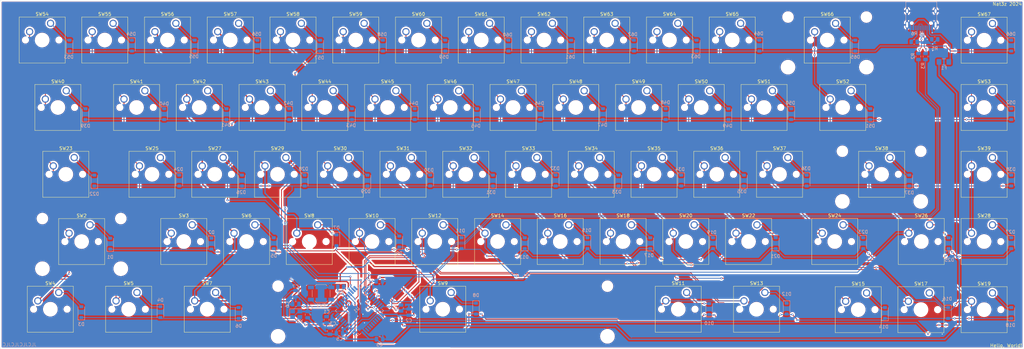
<source format=kicad_pcb>
(kicad_pcb (version 20240108) (generator "pcbnew") (generator_version "8.0")
  (layers (0 "F.Cu" signal) (31 "B.Cu" signal) (34 "B.Paste" user) (35 "F.Paste" user) (36 "B.SilkS" user "B.Silkscreen") (37 "F.SilkS" user "F.Silkscreen") (38 "B.Mask" user) (39 "F.Mask" user) (44 "Edge.Cuts" user))
  (net 0 "")
  (net 1 "GND")
  (net 2 "Net-(U1-UCAP)")
  (net 3 "+5V")
  (net 8 "Net-(U1-XTAL1)")
  (net 9 "Net-(U1-XTAL2)")
  (net 11 "ROW1")
  (net 12 "Net-(D1-A)")
  (net 15 "ROW0")
  (net 16 "Net-(D3-A)")
  (net 21 "Net-(D5-A)")
  (net 23 "Net-(D6-A)")
  (net 26 "Net-(D9-A)")
  (net 27 "Net-(D10-A)")
  (net 28 "Net-(D13-A)")
  (net 29 "Net-(D14-A)")
  (net 30 "Net-(D17-A)")
  (net 31 "Net-(D18-A)")
  (net 32 "Net-(D21-A)")
  (net 33 "Net-(D22-A)")
  (net 34 "COL0")
  (net 35 "Net-(D25-A)")
  (net 36 "Net-(D26-A)")
  (net 37 "Net-(D29-A)")
  (net 38 "Net-(D31-A)")
  (net 39 "Net-(D33-A)")
  (net 40 "Net-(D35-A)")
  (net 41 "Net-(D37-A)")
  (net 42 "Net-(D39-A)")
  (net 43 "ROW3")
  (net 44 "Net-(D41-A)")
  (net 45 "Net-(D43-A)")
  (net 46 "Net-(D45-A)")
  (net 47 "Net-(D47-A)")
  (net 48 "Net-(D49-A)")
  (net 49 "Net-(D51-A)")
  (net 50 "Net-(D53-A)")
  (net 51 "ROW4")
  (net 52 "Net-(D55-A)")
  (net 53 "Net-(D57-A)")
  (net 54 "Net-(D59-A)")
  (net 55 "Net-(D61-A)")
  (net 56 "Net-(D63-A)")
  (net 57 "Net-(D65-A)")
  (net 58 "Net-(F1-Pad1)")
  (net 59 "D+")
  (net 60 "D-")
  (net 61 "Net-(J1-CC2)")
  (net 63 "Net-(J1-CC1)")
  (net 65 "Net-(U1-~{HWB}{slash}PE2)")
  (net 66 "Net-(U1-D+)")
  (net 67 "Net-(U1-D-)")
  (net 68 "Net-(U1-~{RESET})")
  (net 69 "Net-(D2-K)")
  (net 70 "Net-(D4-K)")
  (net 71 "Net-(D7-K)")
  (net 72 "Net-(D8-K)")
  (net 73 "Net-(D11-K)")
  (net 74 "Net-(D12-K)")
  (net 75 "Net-(D15-K)")
  (net 76 "Net-(D16-K)")
  (net 77 "Net-(D19-K)")
  (net 78 "Net-(D23-K)")
  (net 79 "Net-(D24-K)")
  (net 80 "Net-(D27-K)")
  (net 81 "Net-(D28-K)")
  (net 82 "Net-(D30-K)")
  (net 83 "Net-(D32-K)")
  (net 84 "Net-(D34-K)")
  (net 85 "Net-(D36-K)")
  (net 86 "Net-(D38-K)")
  (net 87 "Net-(D40-K)")
  (net 88 "Net-(D42-K)")
  (net 89 "Net-(D44-K)")
  (net 90 "Net-(D46-K)")
  (net 91 "Net-(D48-K)")
  (net 92 "Net-(D50-K)")
  (net 93 "Net-(D52-K)")
  (net 94 "Net-(D54-K)")
  (net 95 "Net-(D56-K)")
  (net 96 "Net-(D58-K)")
  (net 97 "Net-(D60-K)")
  (net 98 "Net-(D62-K)")
  (net 99 "Net-(D64-K)")
  (net 100 "Net-(D66-K)")
  (net 101 "COL6")
  (net 102 "COL3")
  (net 103 "COL4")
  (net 104 "COL5")
  (net 105 "COL1")
  (net 106 "COL2")
  (net 107 "ROW2")
  (footprint "Button_Switch_Keyboard:SW_Cherry_MX_1.00u_PCB" (layer "F.Cu") (at 162.179 29.4142)
    (property "Reference" "SW62")
    (property "Value" "SW_Push")
  )
  (footprint "Button_Switch_Keyboard:SW_Cherry_MX_6.25u_PCB" (layer "F.Cu") (at 131.445 111.252)
    (property "Reference" "SW9")
    (property "Value" "SW_Push")
  )
  (footprint "Button_Switch_Keyboard:SW_Cherry_MX_1.00u_PCB" (layer "F.Cu") (at 295.783 29.465)
    (property "Reference" "SW67")
    (property "Value" "SW_Push")
  )
  (footprint "Button_Switch_Keyboard:SW_Cherry_MX_1.00u_PCB" (layer "F.Cu") (at 195.58 70.232)
    (property "Reference" "SW35")
    (property "Value" "SW_Push")
  )
  (footprint "Button_Switch_Keyboard:SW_Cherry_MX_1.00u_PCB" (layer "F.Cu") (at 129.032 90.679)
    (property "Reference" "SW12")
    (property "Value" "SW_Push")
  )
  (footprint "Button_Switch_Keyboard:SW_Cherry_MX_1.00u_PCB" (layer "F.Cu") (at 109.982 90.679)
    (property "Reference" "SW10")
    (property "Value" "SW_Push")
  )
  (footprint "Button_Switch_Keyboard:SW_Cherry_MX_1.00u_PCB" (layer "F.Cu") (at 9.8298 29.4142)
    (property "Reference" "SW54")
    (property "Value" "SW_Push")
  )
  (footprint "Button_Switch_Keyboard:SW_Cherry_MX_1.00u_PCB" (layer "F.Cu") (at 257.567 111.38)
    (property "Reference" "SW15")
    (property "Value" "SW_Push")
  )
  (footprint "Button_Switch_Keyboard:SW_Cherry_MX_1.50u_PCB" (layer "F.Cu") (at 252.857 49.912)
    (property "Reference" "SW52")
    (property "Value" "SW_Push")
  )
  (footprint "Button_Switch_Keyboard:SW_Cherry_MX_1.00u_PCB" (layer "F.Cu") (at 124.079 29.4142)
    (property "Reference" "SW60")
    (property "Value" "SW_Push")
  )
  (footprint "Button_Switch_Keyboard:SW_Cherry_MX_1.25u_PCB" (layer "F.Cu") (at 36.068 111.253)
    (property "Reference" "SW5")
    (property "Value" "SW_Push")
  )
  (footprint "Button_Switch_Keyboard:SW_Cherry_MX_1.00u_PCB" (layer "F.Cu") (at 95.631 49.912)
    (property "Reference" "SW44")
    (property "Value" "SW_Push")
  )
  (footprint "Button_Switch_Keyboard:SW_Cherry_MX_1.00u_PCB" (layer "F.Cu") (at 66.929 29.4142)
    (property "Reference" "SW57")
    (property "Value" "SW_Push")
  )
  (footprint "Button_Switch_Keyboard:SW_Cherry_MX_1.00u_PCB" (layer "F.Cu") (at 71.882 90.679)
    (property "Reference" "SW6")
    (property "Value" "SW_Push")
  )
  (footprint "Button_Switch_Keyboard:SW_Cherry_MX_1.00u_PCB" (layer "F.Cu") (at 295.783 90.679)
    (property "Reference" "SW28")
    (property "Value" "SW_Push")
  )
  (footprint "Button_Switch_Keyboard:SW_Cherry_MX_1.00u_PCB" (layer "F.Cu") (at 190.881 49.912)
    (property "Reference" "SW49")
    (property "Value" "SW_Push")
  )
  (footprint "Button_Switch_Keyboard:SW_Cherry_MX_1.00u_PCB" (layer "F.Cu") (at 105.029 29.4142)
    (property "Reference" "SW59")
    (property "Value" "SW_Push")
  )
  (footprint "Button_Switch_Keyboard:SW_Cherry_MX_1.00u_PCB" (layer "F.Cu") (at 276.606 111.38)
    (property "Reference" "SW17")
    (property "Value" "SW_Push")
  )
  (footprint "Button_Switch_Keyboard:SW_Cherry_MX_1.00u_PCB" (layer "F.Cu") (at 295.783 111.38)
    (property "Reference" "SW19")
    (property "Value" "SW_Push")
  )
  (footprint "Button_Switch_Keyboard:SW_Cherry_MX_1.00u_PCB" (layer "F.Cu") (at 133.731 49.912)
    (property "Reference" "SW46")
    (property "Value" "SW_Push")
  )
  (footprint "Button_Switch_Keyboard:SW_Cherry_MX_1.00u_PCB" (layer "F.Cu") (at 62.23 70.232)
    (property "Reference" "SW27")
    (property "Value" "SW_Push")
  )
  (footprint "Button_Switch_Keyboard:SW_Cherry_MX_1.00u_PCB" (layer "F.Cu") (at 295.783 70.232)
    (property "Reference" "SW39")
    (property "Value" "SW_Push")
  )
  (footprint "Button_Switch_Keyboard:SW_Cherry_MX_1.00u_PCB" (layer "F.Cu") (at 81.28 70.231)
    (property "Reference" "SW29")
    (property "Value" "SW_Push")
  )
  (footprint "Button_Switch_Keyboard:SW_Cherry_MX_1.00u_PCB" (layer "F.Cu") (at 219.329 29.4142)
    (property "Reference" "SW65")
    (property "Value" "SW_Push")
  )
  (footprint "Button_Switch_Keyboard:SW_Cherry_MX_1.00u_PCB" (layer "F.Cu") (at 90.932 90.679)
    (property "Reference" "SW8")
    (property "Value" "SW_Push")
  )
  (footprint "Button_Switch_Keyboard:SW_Cherry_MX_1.00u_PCB" (layer "F.Cu") (at 186.182 90.679)
    (property "Reference" "SW18")
    (property "Value" "SW_Push")
  )
  (footprint "Button_Switch_Keyboard:SW_Cherry_MX_1.00u_PCB" (layer "F.Cu") (at 138.43 70.232)
    (property "Reference" "SW32")
    (property "Value" "SW_Push")
  )
  (footprint "Button_Switch_Keyboard:SW_Cherry_MX_2.25u_PCB" (layer "F.Cu") (at 264.668 70.232)
    (property "Reference" "SW38")
    (property "Value" "SW_Push")
  )
  (footprint "Button_Switch_Keyboard:SW_Cherry_MX_1.00u_PCB" (layer "F.Cu") (at 114.681 49.912)
    (property "Reference" "SW45")
    (property "Value" "SW_Push")
  )
  (footprint "Button_Switch_Keyboard:SW_Cherry_MX_1.00u_PCB" (layer "F.Cu") (at 38.481 49.912)
    (property "Reference" "SW41")
    (property "Value" "SW_Push")
  )
  (footprint "Button_Switch_Keyboard:SW_Cherry_MX_1.75u_PCB" (layer "F.Cu") (at 17.018 70.232)
    (property "Reference" "SW23")
    (property "Value" "SW_Push")
  )
  (footprint "Button_Switch_Keyboard:SW_Cherry_MX_1.00u_PCB" (layer "F.Cu") (at 224.282 90.679)
    (property "Reference" "SW22")
    (property "Value" "SW_Push")
  )
  (footprint "Button_Switch_Keyboard:SW_Cherry_MX_1.00u_PCB" (layer "F.Cu") (at 295.783 49.912)
    (property "Reference" "SW53")
    (property "Value" "SW_Push")
  )
  (footprint "Button_Switch_Keyboard:SW_Cherry_MX_1.75u_PCB" (layer "F.Cu") (at 250.444 90.679)
    (property "Reference" "SW24")
    (property "Value" "SW_Push")
  )
  (footprint "Button_Switch_Keyboard:SW_Cherry_MX_1.00u_PCB" (layer "F.Cu") (at 167.132 90.679)
    (property "Reference" "SW16")
    (property "Value" "SW_Push")
  )
  (footprint "Button_Switch_Keyboard:SW_Cherry_MX_1.00u_PCB" (layer "F.Cu") (at 85.979 29.4142)
    (property "Reference" "SW58")
    (property "Value" "SW_Push")
  )
  (footprint "Button_Switch_Keyboard:SW_Cherry_MX_1.00u_PCB" (layer "F.Cu") (at 152.781 49.912)
    (property "Reference" "SW47")
    (property "Value" "SW_Push")
  )
  (footprint "Button_Switch_Keyboard:SW_Cherry_MX_2.00u_PCB" (layer "F.Cu") (at 248.158 29.4292)
    (property "Reference" "SW66")
    (property "Value" "SW_Push")
  )
  (footprint "Button_Switch_Keyboard:SW_Cherry_MX_1.00u_PCB" (layer "F.Cu") (at 228.981 49.912)
    (property "Reference" "SW51")
    (property "Value" "SW_Push")
  )
  (footprint "Button_Switch_Keyboard:SW_Cherry_MX_2.25u_PCB" (layer "F.Cu") (at 21.806 90.694)
    (property "Reference" "SW2")
    (property "Value" "SW_Push")
  )
  (footprint "Button_Switch_Keyboard:SW_Cherry_MX_1.00u_PCB" (layer "F.Cu") (at 47.879 29.4142)
    (property "Reference" "SW56")
    (property "Value" "SW_Push")
  )
  (footprint "Button_Switch_Keyboard:SW_Cherry_MX_1.25u_PCB" (layer "F.Cu") (at 226.695 111.253)
    (property "Reference" "SW13")
    (property "Value" "SW_Push")
  )
  (footprint "Button_Switch_Keyboard:SW_Cherry_MX_1.00u_PCB" (layer "F.Cu") (at 171.831 49.912)
    (property "Reference" "SW48")
    (property "Value" "SW_Push")
  )
  (footprint "Button_Switch_Keyboard:SW_Cherry_MX_1.00u_PCB" (layer "F.Cu") (at 100.33 70.232)
    (property "Reference" "SW30")
    (property "Value" "SW_Push")
  )
  (footprint "Button_Switch_Keyboard:SW_Cherry_MX_1.00u_PCB" (layer "F.Cu") (at 43.18 70.232)
    (property "Reference" "SW25")
    (property "Value" "SW_Push")
  )
  (footprint "Button_Switch_Keyboard:SW_Cherry_MX_1.00u_PCB" (layer "F.Cu") (at 276.733 90.679)
    (property "Reference" "SW26")
    (property "Value" "SW_Push")
  )
  (footprint "Button_Switch_Keyboard:SW_Cherry_MX_1.00u_PCB" (layer "F.Cu") (at 209.931 49.912)
    (property "Reference" "SW50")
    (property "Value" "SW_Push")
  )
  (footprint "Button_Switch_Keyboard:SW_Cherry_MX_1.25u_PCB" (layer "F.Cu") (at 202.946 111.253)
    (property "Reference" "SW11")
    (property "Value" "SW_Push")
  )
  (footprint "Button_Switch_Keyboard:SW_Cherry_MX_1.00u_PCB" (layer "F.Cu") (at 233.68 70.232)
    (property "Reference" "SW37")
    (property "Value" "SW_Push")
  )
  (footprint "Button_Switch_Keyboard:SW_Cherry_MX_1.00u_PCB" (layer "F.Cu") (at 52.832 90.679)
    (property "Reference" "SW3")
    (property "Value" "SW_Push")
  )
  (footprint "Button_Switch_Keyboard:SW_Cherry_MX_1.00u_PCB" (layer "F.Cu") (at 28.829 29.4142)
    (property "Reference" "SW55")
    (property "Value" "SW_Push")
  )
  (footprint "Button_Switch_Keyboard:SW_Cherry_MX_1.00u_PCB" (layer "F.Cu") (at 214.63 70.232)
    (property "Reference" "SW36")
    (property "Value" "SW_Push")
  )
  (footprint "Button_Switch_Keyboard:SW_Cherry_MX_1.25u_PCB" (layer "F.Cu") (at 12.319 111.253)
    (property "Reference" "SW4")
    (property "Value" "SW_Push")
  )
  (footprint "Button_Switch_Keyboard:SW_Cherry_MX_1.00u_PCB" (layer "F.Cu") (at 181.229 29.4142)
    (property "Reference" "SW63")
    (property "Value" "SW_Push")
  )
  (footprint "Button_Switch_Keyboard:SW_Cherry_MX_1.00u_PCB" (layer "F.Cu") (at 200.279 29.4142)
    (property "Reference" "SW64")
    (property "Value" "SW_Push")
  )
  (footprint "Button_Switch_Keyboard:SW_Cherry_MX_1.00u_PCB" (layer "F.Cu") (at 143.129 29.4142)
    (property "Reference" "SW61")
    (property "Value" "SW_Push")
  )
  (footprint "Button_Switch_Keyboard:SW_Cherry_MX_1.00u_PCB" (layer "F.Cu") (at 148.082 90.679)
    (property "Reference" "SW14")
    (property "Value" "SW_Push")
  )
  (footprint "Button_Switch_Keyboard:SW_Cherry_MX_1.00u_PCB" (layer "F.Cu") (at 119.38 70.232)
    (property "Reference" "SW31")
    (property "Value" "SW_Push")
  )
  (footprint "Button_Switch_Keyboard:SW_Cherry_MX_1.00u_PCB" (layer "F.Cu") (at 57.531 49.912)
    (property "Reference" "SW42")
    (property "Value" "SW_Push")
  )
  (footprint "Button_Switch_Keyboard:SW_Cherry_MX_1.00u_PCB" (layer "F.Cu") (at 76.581 49.912)
    (property "Reference" "SW43")
    (property "Value" "SW_Push")
  )
  (footprint "Button_Switch_Keyboard:SW_Cherry_MX_1.00u_PCB" (layer "F.Cu") (at 157.48 70.232)
    (property "Reference" "SW33")
    (property "Value" "SW_Push")
  )
  (footprint "Button_Switch_Keyboard:SW_Cherry_MX_1.50u_PCB" (layer "F.Cu") (at 14.605 49.912)
    (property "Reference" "SW40")
    (property "Value" "SW_Push")
  )
  (footprint "Button_Switch_Keyboard:SW_Cherry_MX_1.00u_PCB" (layer "F.Cu") (at 205.232 90.679)
    (property "Reference" "SW20")
    (property "Value" "SW_Push")
  )
  (footprint "Button_Switch_Keyboard:SW_Cherry_MX_1.00u_PCB" (layer "F.Cu") (at 176.53 70.232)
    (property "Reference" "SW34")
    (property "Value" "SW_Push")
  )
  (footprint "Button_Switch_Keyboard:SW_Cherry_MX_1.25u_PCB" (layer "F.Cu") (at 59.944 111.253)
    (property "Reference" "SW7")
    (property "Value" "SW_Push")
  )
  (footprint "Capacitor_SMD:C_0805_2012Metric" (layer "B.Cu") (at 84.2772 114.7572)
    (property "Reference" "C6")
    (property "Value" "22pF")
  )
  (footprint "Diode_SMD:D_SOD-123" (layer "B.Cu") (at 44.323 57.024 -90)
    (property "Reference" "D40")
    (property "Value" "D")
  )
  (footprint "Diode_SMD:D_SOD-123" (layer "B.Cu") (at 256.54 96.267 -90)
    (property "Reference" "D23")
    (property "Value" "D")
  )
  (footprint "Diode_SMD:D_SOD-123" (layer "B.Cu") (at 148.844 36.196 -90)
    (property "Reference" "D60")
    (property "Value" "D")
  )
  (footprint "Diode_SMD:D_SOD-123" (layer "B.Cu") (at 301.498 117.476 90)
    (property "Reference" "D18")
    (property "Value" "D")
  )
  (footprint "Crystal:Crystal_SMD_3225-4Pin_3.2x2.5mm" (layer "B.Cu") (at 84.4296 117.856)
    (property "Reference" "Y1")
    (property "Value" "16MHz")
  )
  (footprint "Diode_SMD:D_SOD-123" (layer "B.Cu") (at 72.644 36.196 -90)
    (property "Reference" "D56")
    (property "Value" "D")
  )
  (footprint "Diode_SMD:D_SOD-123" (layer "B.Cu") (at 101.346 57.024 90)
    (property "Reference" "D43")
    (property "Value" "D")
  )
  (footprint "Diode_SMD:D_SOD-123" (layer "B.Cu") (at 134.62 96.267 -90)
    (property "Reference" "D11")
    (property "Value" "D")
  )
  (footprint "Diode_SMD:D_SOD-123" (layer "B.Cu") (at 125.095 77.217 -90)
    (property "Reference" "D30")
    (property "Value" "D")
  )
  (footprint "Button_Switch_SMD:SW_SPST_SKQG_WithStem" (layer "B.Cu") (at 91.9734 111.5568 180)
    (property "Reference" "SW1")
    (property "Value" "SW_Push")
  )
  (footprint "Diode_SMD:D_SOD-123" (layer "B.Cu") (at 158.496 57.024 -90)
    (property "Reference" "D46")
    (property "Value" "D")
  )
  (footprint "Diode_SMD:D_SOD-123" (layer "B.Cu") (at 182.245 77.217 90)
    (property "Reference" "D33")
    (property "Value" "D")
  )
  (footprint "Diode_SMD:D_SOD-123" (layer "B.Cu") (at 138.9888 116.1542 -90)
    (property "Reference" "D8")
    (property "Value" "D")
  )
  (footprint "Diode_SMD:D_SOD-123" (layer "B.Cu") (at 110.744 36.196 -90)
    (property "Reference" "D58")
    (property "Value" "D")
  )
  (footprint "Diode_SMD:D_SOD-123" (layer "B.Cu") (at 282.321 117.475 -90)
    (property "Reference" "D16")
    (property "Value" "D")
  )
  (footprint "Diode_SMD:D_SOD-123" (layer "B.Cu") (at 301.498 36.196 -90)
    (property "Reference" "D66")
    (property "Value" "D")
  )
  (footprint "Diode_SMD:D_SOD-123" (layer "B.Cu") (at 163.195 77.217 -90)
    (property "Reference" "D32")
    (property "Value" "D")
  )
  (footprint "Diode_SMD:D_SOD-123" (layer "B.Cu") (at 20.447 57.024 90)
    (property "Reference" "D39")
    (property "Value" "D")
  )
  (footprint "Resistor_SMD:R_0805_2012Metric" (layer "B.Cu") (at 275.463 39.497 -90)
    (property "Reference" "R3")
    (property "Value" "22")
  )
  (footprint "Capacitor_SMD:C_0805_2012Metric" (layer "B.Cu") (at 87.884 117.983 90)
    (property "Reference" "C4")
    (property "Value" "0.1uF")
  )
  (footprint "Diode_SMD:D_SOD-123" (layer "B.Cu") (at 258.699 57.024 90)
    (property "Reference" "D51")
    (property "Value" "D")
  )
  (footprint "Diode_SMD:D_SOD-123" (layer "B.Cu") (at 210.947 96.267 -90)
    (property "Reference" "D19")
    (property "Value" "D")
  )
  (footprint "Diode_SMD:D_SOD-123" (layer "B.Cu") (at 96.647 95.376 -90)
    (property "Reference" "D7")
    (property "Value" "D")
  )
  (footprint "Diode_SMD:D_SOD-123" (layer "B.Cu") (at 23.114 77.217 90)
    (property "Reference" "D22")
    (property "Value" "D")
  )
  (footprint "Diode_SMD:D_SOD-123" (layer "B.Cu") (at 77.597 96.267 90)
    (property "Reference" "D5")
    (property "Value" "D")
  )
  (footprint "Diode_SMD:D_SOD-123" (layer "B.Cu") (at 15.621 36.196 90)
    (property "Reference" "D53")
    (property "Value" "D")
  )
  (footprint "Diode_SMD:D_SOD-123" (layer "B.Cu") (at 209.7786 116.2802 90)
    (property "Reference" "D10")
    (property "Value" "D")
  )
  (footprint "Resistor_SMD:R_0805_2012Metric" (layer "B.Cu") (at 273.304 39.497 -90)
    (property "Reference" "R2")
    (property "Value" "22")
  )
  (footprint "Resistor_SMD:R_0805_2012Metric" (layer "B.Cu") (at 278.257 34.29)
    (property "Reference" "R5")
    (property "Value" "5.1k")
  )
  (footprint "Diode_SMD:D_SOD-123" (layer "B.Cu") (at 196.596 57.024 -90)
    (property "Reference" "D48")
    (property "Value" "D")
  )
  (footprint "Diode_SMD:D_SOD-123" (layer "B.Cu") (at 153.797 96.267 90)
    (property "Reference" "D13")
    (property "Value" "D")
  )
  (footprint "Diode_SMD:D_SOD-123" (layer "B.Cu") (at 191.897 96.267 90)
    (property "Reference" "D17")
    (property "Value" "D")
  )
  (footprint "Diode_SMD:D_SOD-123" (layer "B.Cu") (at 301.498 57.024 -90)
    (property "Reference" "D52")
    (property "Value" "D")
  )
  (footprint "Capacitor_SMD:C_0805_2012Metric" (layer "B.Cu") (at 94.6404 122.9868 90)
    (property "Reference" "C3")
    (property "Value" "0.1uF")
  )
  (footprint "Diode_SMD:D_SOD-123" (layer "B.Cu") (at 86.995 77.218 -90)
    (property "Reference" "D28")
    (property "Value" "D")
  )
  (footprint "Connector_USB:USB_C_Receptacle_HRO_TYPE-C-31-M-12" (layer "B.Cu") (at 274.191 26.7404)
    (property "Reference" "J1")
    (property "Value" "USB_C_Receptacle")
  )
  (footprint "Diode_SMD:D_SOD-123" (layer "B.Cu") (at 172.847 96.267 -90)
    (property "Reference" "D15")
    (property "Value" "D")
  )
  (footprint "Diode_SMD:D_SOD-123" (layer "B.Cu") (at 254.127 36.196 90)
    (property "Reference" "D65")
    (property "Value" "D")
  )
  (footprint "Capacitor_SMD:C_0805_2012Metric" (layer "B.Cu") (at 97.536 123.6726)
    (property "Reference" "C5")
    (property "Value" "10uF")
  )
  (footprint "Diode_SMD:D_SOD-123" (layer "B.Cu") (at 53.594 36.196 90)
    (property "Reference" "D55")
    (property "Value" "D")
  )
  (footprint "Diode_SMD:D_SOD-123" (layer "B.Cu") (at 129.667 36.196 90)
    (property "Reference" "D59")
    (property "Value" "D")
  )
  (footprint "Capacitor_SMD:C_0805_2012Metric" (layer "B.Cu") (at 93.6244 119.5324 -90)
    (property "Reference" "C1")
    (property "Value" "1uF")
  )
  (footprint "Diode_SMD:D_SOD-123" (layer "B.Cu") (at 215.646 57.024 90)
    (property "Reference" "D49")
    (property "Value" "D")
  )
  (footprint "Diode_SMD:D_SOD-123" (layer "B.Cu") (at 270.51 77.217 90)
    (property "Reference" "D37")
    (property "Value" "D")
  )
  (footprint "Diode_SMD:D_SOD-123" (layer "B.Cu") (at 186.944 36.196 -90)
    (property "Reference" "D62")
    (property "Value" "D")
  )
  (footprint "Capacitor_SMD:C_0805_2012Metric" (layer "B.Cu") (at 109.6518 107.8484)
    (property "Reference" "C2")
    (property "Value" "0.1uF")
  )
  (footprint "Diode_SMD:D_SOD-123" (layer "B.Cu") (at 67.945 77.217 90)
    (property "Reference" "D26")
    (property "Value" "D")
  )
  (footprint "Capacitor_SMD:C_0805_2012Metric" (layer "B.Cu") (at 109.728 125.4252)
    (property "Reference" "C5")
    (property "Value" "10uF")
  )
  (footprint "Diode_SMD:D_SOD-123" (layer "B.Cu") (at 301.498 96.267 -90)
    (property "Reference" "D27")
    (property "Value" "D")
  )
  (footprint "Diode_SMD:D_SOD-123" (layer "B.Cu") (at 220.345 77.217 90)
    (property "Reference" "D35")
    (property "Value" "D")
  )
  (footprint "Diode_SMD:D_SOD-123" (layer "B.Cu") (at 91.694 36.196 90)
    (property "Reference" "D57")
    (property "Value" "D")
  )
  (footprint "Diode_SMD:D_SOD-123" (layer "B.Cu") (at 229.997 96.267 90)
    (property "Reference" "D21")
    (property "Value" "D")
  )
  (footprint "Diode_SMD:D_SOD-123" (layer "B.Cu") (at 301.498 77.217 -90)
    (property "Reference" "D38")
    (property "Value" "D")
  )
  (footprint "Diode_SMD:D_SOD-123" (layer "B.Cu") (at 120.396 57.024 -90)
    (property "Reference" "D44")
    (property "Value" "D")
  )
  (footprint "Diode_SMD:D_SOD-123" (layer "B.Cu") (at 282.448 96.267 90)
    (property "Reference" "D25")
    (property "Value" "D")
  )
  (footprint "Resistor_SMD:R_0805_2012Metric" (layer "B.Cu") (at 116.2304 115.951 -90)
    (property "Reference" "R1")
    (property "Value" "10k")
  )
  (footprint "Diode_SMD:D_SOD-123" (layer "B.Cu") (at 19.177 117.222 90)
    (property "Reference" "D3")
    (property "Value" "D")
  )
  (footprint "Diode_SMD:D_SOD-123" (layer "B.Cu") (at 63.246 57.024 90)
    (property "Reference" "D41")
    (property "Value" "D")
  )
  (footprint "Diode_SMD:D_SOD-123" (layer "B.Cu") (at 106.045 77.217 90)
    (property "Reference" "D29")
    (property "Value" "D")
  )
  (footprint "Diode_SMD:D_SOD-123" (layer "B.Cu") (at 43.18 117.222 -90)
    (property "Reference" "D4")
    (property "Value" "D")
  )
  (footprint "Diode_SMD:D_SOD-123" (layer "B.Cu") (at 82.296 57.024 -90)
    (property "Reference" "D42")
    (property "Value" "D")
  )
  (footprint "Diode_SMD:D_SOD-123" (layer "B.Cu") (at 115.697 95.758 90)
    (property "Reference" "D9")
    (property "Value" "D")
  )
  (footprint "Fuse:Fuse_1206_3216Metric_Pad1.42x1.75mm_HandSolder" (layer "B.Cu") (at 281.051 41.148)
    (property "Reference" "F1")
    (property "Value" "Polyfuse_Small")
  )
  (footprint "Capacitor_SMD:C_0805_2012Metric" (layer "B.Cu") (at 84.2264 111.6076 90)
    (property "Reference" "C7")
    (property "Value" "22pF")
  )
  (footprint "Diode_SMD:D_SOD-123" (layer "B.Cu") (at 263.144 117.476 90)
    (property "Reference" "D14")
    (property "Value" "D")
  )
  (footprint "Package_QFP:TQFP-44_10x10mm_P0.8mm" (layer "B.Cu") (at 103.6066 116.7892 45)
    (property "Reference" "U1")
    (property "Value" "ATmega32U4-A")
  )
  (footprint "Diode_SMD:D_SOD-123" (layer "B.Cu") (at 139.319 57.024 90)
    (property "Reference" "D45")
    (property "Value" "D")
  )
  (footprint "Diode_SMD:D_SOD-123" (layer "B.Cu") (at 167.894 36.196 90)
    (property "Reference" "D61")
    (property "Value" "D")
  )
  (footprint "Diode_SMD:D_SOD-123" (layer "B.Cu") (at 144.145 77.217 90)
    (property "Reference" "D31")
    (property "Value" "D")
  )
  (footprint "Diode_SMD:D_SOD-123" (layer "B.Cu") (at 234.696 57.024 -90)
    (property "Reference" "D50")
    (property "Value" "D")
  )
  (footprint "Diode_SMD:D_SOD-123" (layer "B.Cu") (at 34.544 36.196 -90)
    (property "Reference" "D54")
    (property "Value" "D")
  )
  (footprint "Diode_SMD:D_SOD-123" (layer "B.Cu") (at 205.994 36.196 90)
    (property "Reference" "D63")
    (property "Value" "D")
  )
  (footprint "Capacitor_SMD:C_0805_2012Metric" (layer "B.Cu") (at 118.5926 117.221 90)
    (property "Reference" "C2")
    (property "Value" "0.1uF")
  )
  (footprint "Diode_SMD:D_SOD-123" (layer "B.Cu") (at 233.299 116.1542 -90)
    (property "Reference" "D12")
    (property "Value" "D")
  )
  (footprint "Diode_SMD:D_SOD-123" (layer "B.Cu") (at 48.895 77.217 -90)
    (property "Reference" "D24")
    (property "Value" "D")
  )
  (footprint "Resistor_SMD:R_0805_2012Metric" (layer "B.Cu") (at 97.9424 109.474)
    (property "Reference" "R4")
    (property "Value" "10k")
  )
  (footprint "Diode_SMD:D_SOD-123" (layer "B.Cu") (at 239.395 77.217 -90)
    (property "Reference" "D36")
    (property "Value" "D")
  )
  (footprint "Diode_SMD:D_SOD-123" (layer "B.Cu") (at 58.674 96.393 -90)
    (property "Reference" "D2")
    (property "Value" "D")
  )
  (footprint "Diode_SMD:D_SOD-123" (layer "B.Cu") (at 27.94 96.394 90)
    (property "Reference" "D1")
    (property "Value" "D")
  )
  (footprint "Diode_SMD:D_SOD-123" (layer "B.Cu") (at 177.546 57.025 90)
    (property "Reference" "D47")
    (property "Value" "D")
  )
  (footprint "Diode_SMD:D_SOD-123" (layer "B.Cu") (at 66.929 117.476 90)
    (property "Reference" "D6")
    (property "Value" "D")
  )
  (footprint "Diode_SMD:D_SOD-123" (layer "B.Cu") (at 201.295 77.217 -90)
    (property "Reference" "D34")
    (property "Value" "D")
  )
  (footprint "Diode_SMD:D_SOD-123" (layer "B.Cu") (at 225.044 36.196 -90)
    (property "Reference" "D64")
    (property "Value" "D")
  )
  (footprint "Resistor_SMD:R_0805_2012Metric" (layer "B.Cu") (at 272.034 35.052)
    (property "Reference" "R6")
    (property "Value" "5.1k")
  )
  (gr_rect (start -5.4864 22.352) (end 305.3588 128.4224) (stroke (width 0.05)) (fill none) (layer "Edge.Cuts"))
  (gr_text "JLCJLCJLCJLC" (at 5.6134 127.6604 0) (layer "B.SilkS") (effects (font (size 1 1) (thickness 0.1)) (justify left bottom mirror)))
  (gr_text "Hello, World!" (at 304.8508 127.3556 0) (layer "F.SilkS") (effects (font (size 1 1)) (justify right)))
  (gr_text "Nat3z 2024" (at 304.8 24.13 0) (layer "F.SilkS") (effects (font (size 1 1)) (justify right bottom)))
  (segment (start 280.5635 113.8223) (end 280.5635 123.8807) (width 0.381) (layer "F.Cu") (net 1))
  (segment (start 98.3996 121.92) (end 97.6376 121.92) (width 0.381) (layer "F.Cu") (net 1))
  (segment (start 121.2088 119.7864) (end 121.2088 120.3198) (width 0.381) (layer "F.Cu") (net 1))
  (segment (start 275.971 34.29) (end 277.495 32.766) (width 0.381) (layer "F.Cu") (net 1))
  (segment (start 121.2088 120.3198) (end 121.0818 120.4468) (width 0.381) (layer "F.Cu") (net 1))
  (segment (start 103.0986 118.4656) (end 104.2289 119.5959) (width 0.381) (layer "F.Cu") (net 1))
  (segment (start 97.6376 121.92) (end 96.774 121.0564) (width 0.381) (layer "F.Cu") (net 1))
  (segment (start 80.4672 115.062) (end 81.9658 115.062) (width 0.381) (layer "F.Cu") (net 1))
  (segment (start 277.622 35.941) (end 277.622 37.719) (width 0.381) (layer "F.Cu") (net 1))
  (segment (start 79.883 115.6462) (end 80.4672 115.062) (width 0.381) (layer "F.Cu") (net 1))
  (segment (start 113.88855 117.8306) (end 115.886115 117.8306) (width 0.381) (layer "F.Cu") (net 1))
  (segment (start 105.1306 120.4976) (end 105.1306 120.523) (width 0.381) (layer "F.Cu") (net 1))
  (segment (start 110.617 113.3094) (end 110.617 114.55905) (width 0.381) (layer "F.Cu") (net 1))
  (segment (start 277.495 32.766) (end 277.495 32.258) (width 0.381) (layer "F.Cu") (net 1))
  (segment (start 105.1306 120.4976) (end 105.1306 120.4976) (width 0.381) (layer "F.Cu") (net 1))
  (segment (start 121.2088 119.0498) (end 121.2088 119.7864) (width 0.381) (layer "F.Cu") (net 1))
  (segment (start 105.1052 120.4722) (end 105.1306 120.4722) (width 0.381) (layer "F.Cu") (net 1))
  (segment (start 115.886115 117.8306) (end 117.841915 119.7864) (width 0.381) (layer "F.Cu") (net 1))
  (segment (start 117.841915 119.7864) (end 121.2088 119.7864) (width 0.381) (layer "F.Cu") (net 1))
  (segment (start 104.6734 117.856) (end 104.6734 119.1514) (width 0.381) (layer "F.Cu") (net 1))
  (segment (start 280.5635 123.8807) (end 280.543 123.9012) (width 0.381) (layer "F.Cu") (net 1))
  (segment (start 105.1306 120.4722) (end 105.1306 120.4976) (width 0.381) (layer "F.Cu") (net 1))
  (segment (start 110.617 114.55905) (end 113.88855 117.8306) (width 0.381) (layer "F.Cu") (net 1))
  (segment (start 104.6734 119.1514) (end 104.2289 119.5959) (width 0.381) (layer "F.Cu") (net 1))
  (segment (start 277.622 35.687) (end 277.622 35.941) (width 0.381) (layer "F.Cu") (net 1))
  (segment (start 104.2289 119.5959) (end 105.1052 120.4722) (width 0.381) (layer "F.Cu") (net 1))
  (via (at 81.9658 115.062) (size 0.6) (drill 0.3) (layers "F.Cu" "B.Cu") (net 1))
  (via (at 96.774 121.0564) (size 0.6) (drill 0.3) (layers "F.Cu" "B.Cu") (net 1))
  (via (at 280.543 123.9012) (size 0.6) (drill 0.3) (layers "F.Cu" "B.Cu") (net 1))
  (via (at 79.883 115.6462) (size 0.6) (drill 0.3) (layers "F.Cu" "B.Cu") (net 1))
  (via (at 277.622 37.719) (size 0.6) (drill 0.3) (layers "F.Cu" "B.Cu") (net 1))
  (via (at 98.3996 121.92) (size 0.6) (drill 0.3) (layers "F.Cu" "B.Cu") (net 1))
  (via (at 275.971 34.29) (size 0.6) (drill 0.3) (layers "F.Cu" "B.Cu") (net 1))
  (via (at 277.622 35.687) (size 0.6) (drill 0.3) (layers "F.Cu" "B.Cu") (net 1))
  (via (at 121.0818 120.4468) (size 0.6) (drill 0.3) (layers "F.Cu" "B.Cu") (net 1))
  (via (at 110.617 113.3094) (size 0.6) (drill 0.3) (layers "F.Cu" "B.Cu") (net 1))
  (via (at 121.2088 119.0498) (size 0.6) (drill 0.3) (layers "F.Cu" "B.Cu") (net 1))
  (via (at 280.5938 113.792) (size 0.6) (drill 0.3) (layers "F.Cu" "B.Cu") (net 1))
  (via (at 103.0986 118.4656) (size 0.6) (drill 0.3) (layers "F.Cu" "B.Cu") (net 1))
  (via (at 105.1306 120.4722) (size 0.6) (drill 0.3) (layers "F.Cu" "B.Cu") (net 1))
  (via (at 277.495 32.258) (size 0.6) (drill 0.3) (layers "F.Cu" "B.Cu") (net 1))
  (via (at 104.6734 117.856) (size 0.6) (drill 0.3) (layers "F.Cu" "B.Cu") (net 1))
  (segment (start 278.511 25.6904) (end 278.511 29.8704) (width 0.381) (layer "B.Cu") (net 1))
  (segment (start 79.7814 115.5446) (end 79.883 115.6462) (width 0.381) (layer "B.Cu") (net 1))
  (segment (start 111.748383 120.4055) (end 109.89985 118.556967) (width 0.381) (layer "B.Cu") (net 1))
  (segment (start 104.620458 122.328542) (end 104.620458 122.223447) (width 0.381) (layer "B.Cu") (net 1))
  (segment (start 276.07158 27.2484) (end 277.902 29.07882) (width 0.381) (layer "B.Cu") (net 1))
  (segment (start 277.0275 38.3135) (end 277.0275 48.5545) (width 0.381) (layer "B.Cu") (net 1))
  (segment (start 93.7514 122.0368) (end 92.8878 122.0368) (width 0.381) (layer "B.Cu") (net 1))
  (segment (start 270.941 30.7854) (end 270.5355 30.3799) (width 0.381) (layer "B.Cu") (net 1))
  (segment (start 93.6244 121.9098) (end 93.7514 122.0368) (width 0.381) (layer "B.Cu") (net 1))
  (segment (start 82.1643 107.003585) (end 82.1643 107.853101) (width 0.381) (layer "B.Cu") (net 1))
  (segment (start 99.884429 115.329771) (end 98.44472 113.890062) (width 0.381) (layer "B.Cu") (net 1))
  (segment (start 100.691375 120.5992) (end 100.691375 118.1608) (width 0.381) (layer "B.Cu") (net 1))
  (segment (start 83.3272 114.7572) (end 83.3272 113.4568) (width 0.381) (layer "B.Cu") (net 1))
  (segment (start 277.902 30.3244) (end 277.441 30.7854) (width 0.381) (layer "B.Cu") (net 1))
  (segment (start 186.182 124.841) (end 181.7465 120.4055) (width 0.381) (layer "B.Cu") (net 1))
  (segment (start 118.5926 116.271) (end 119.3176 116.271) (width 0.381) (layer "B.Cu") (net 1))
  (segment (start 277.495 32.258) (end 277.495 30.64) (width 0.381) (layer "B.Cu") (net 1))
  (segment (start 272.9465 35.052) (end 275.336 35.052) (width 0.381) (layer "B.Cu") (net 1))
  (segment (start 109.5625 124.3097) (end 106.601617 124.3097) (width 0.381) (layer "B.Cu") (net 1))
  (segment (start 186.309 124.714) (end 186.182 124.841) (width 0.381) (layer "B.Cu") (net 1))
  (segment (start 100.691375 118.1608) (end 102.8192 118.1608) (width 0.381) (layer "B.Cu") (net 1))
  (segment (start 105.1306 120.4722) (end 105.1306 120.7008) (width 0.381) (layer "B.Cu") (net 1))
  (segment (start 104.620458 122.328542) (end 105.374367 123.08245) (width 0.381) (layer "B.Cu") (net 1))
  (segment (start 95.7936 122.0368) (end 96.774 121.0564) (width 0.381) (layer "B.Cu") (net 1))
  (segment (start 98.3996 121.92) (end 98.7552 121.92) (width 0.381) (layer "B.Cu") (net 1))
  (segment (start 116.8229 116.271) (end 116.2304 116.8635) (width 0.381) (layer "B.Cu") (net 1))
  (segment (start 110.6018 107.8484) (end 110.6018 113.2942) (width 0.381) (layer "B.Cu") (net 1))
  (segment (start 94.6404 122.0368) (end 95.7936 122.0368) (width 0.381) (layer "B.Cu") (net 1))
  (segment (start 105.636853 121.207053) (end 108.341953 118.501953) (width 0.381) (layer "B.Cu") (net 1))
  (segment (start 278.356 29.8704) (end 277.441 30.7854) (width 0.381) (layer "B.Cu") (net 1))
  (segment (start 269.871 25.6904) (end 269.871 29.8704) (width 0.381) (layer "B.Cu") (net 1))
  (segment (start 121.0405 120.4055) (end 111.748383 120.4055) (width 0.381) (layer "B.Cu") (net 1))
  (segment (start 82.1643 107.853101) (end 81.5086 108.508801) (width 0.381) (layer "B.Cu") (net 1))
  (segment (start 82.589485 106.5784) (end 82.1643 107.003585) (width 0.381) (layer "B.Cu") (net 1))
  (segment (start 110.6018 113.2942) (end 110.617 113.3094) (width 0.381) (layer "B.Cu") (net 1))
  (segment (start 84.2264 112.5576) (end 84.9514 112.5576) (width 0.381) (layer "B.Cu") (net 1))
  (segment (start 270.17 30.1694) (end 269.871 29.8704) (width 0.381) (layer "B.Cu") (net 1))
  (segment (start 275.971 34.541732) (end 275.971 34.29) (width 0.381) (layer "B.Cu") (net 1))
  (segment (start 109.89985 118.556967) (end 109.440751 118.097868) (width 0.2) (layer "B.Cu") (net 1))
  (segment (start 98.7552 121.92) (end 99.181186 122.345986) (width 0.381) (layer "B.Cu") (net 1))
  (segment (start 104.259083 110.479863) (end 104.808682 109.930264) (width 0.381) (layer "B.Cu") (net 1))
  (segment (start 121.2088 118.1622) (end 121.2088 119.0498) (width 0.381) (layer "B.Cu") (net 1))
  (segment (start 279.1695 34.29) (end 279.019 34.29) (width 0.381) (layer "B.Cu") (net 1))
  (segment (start 100.691375 118.1608) (end 100.691375 116.136717) (width 0.381) (layer "B.Cu") (net 1))
  (segment (start 87.884 117.033) (end 85.5566 117.033) (width 0.381) (layer "B.Cu") (net 1))
  (segment (start 108.341953 118.501953) (end 108.836537 118.007368) (width 0.381) (layer "B.Cu") (net 1))
  (segment (start 104.259083 110.479863) (end 104.259083 117.441683) (width 0.381) (layer "B.Cu") (net 1))
  (segment (start 104.259083 117.441683) (end 104.6734 117.856) (width 0.381) (layer "B.Cu") (net 1))
  (segment (start 84.9514 112.5576) (end 87.884 115.4902) (width 0.381) (layer "B.Cu") (net 1))
  (segment (start 85.5566 117.033) (end 85.5296 117.006) (width 0.381) (layer "B.Cu") (net 1))
  (segment (start 279.019 34.29) (end 277.622 35.687) (width 0.381) (layer "B.Cu") (net 1))
  (segment (start 98.486 123.041171) (end 99.181186 122.345986) (width 0.381) (layer "B.Cu") (net 1))
  (segment (start 119.3176 116.271) (end 121.2088 118.1622) (width 0.381) (layer "B.Cu") (net 1))
  (segment (start 110.678 125.4252) (end 109.5625 124.3097) (width 0.381) (layer "B.Cu") (net 1))
  (segment (start 94.1329 108.7663) (end 85.308015 108.7663) (width 0.381) (layer "B.Cu") (net 1))
  (segment (start 85.308015 108.7663) (end 83.120115 106.5784) (width 0.381) (layer "B.Cu") (net 1))
  (segment (start 83.4526 118.706) (end 83.3296 118.706) (width 0.254) (layer "B.Cu") (net 1))
  (segment (start 94.6404 122.0368) (end 93.7514 122.0368) (width 0.381) (layer "B.Cu") (net 1))
  (segment (start 81.9658 115.062) (end 83.0224 115.062) (width 0.381) (layer "B.Cu") (net 1))
  (segment (start 277.902 29.07882) (end 277.902 30.3244) (width 0.381) (layer "B.Cu") (net 1))
  (segment (start 278.511 29.8704) (end 278.356 29.8704) (width 0.381) (layer "B.Cu") (net 1))
  (segment (start 270.5355 29.02332) (end 272.31042 27.2484) (width 0.381) (layer "B.Cu") (net 1))
  (segment (start 79.7814 113.136344) (end 79.7814 115.5446) (width 0.381) (layer "B.Cu") (net 1))
  (segment (start 104.620458 122.223447) (end 105.636853 121.207053) (width 0.381) (layer "B.Cu") (net 1))
  (segment (start 102.8192 118.1608) (end 103.0478 118.3894) (width 0.381) (layer "B.Cu") (net 1))
  (segment (start 280.5635 52.0905) (end 280.5635 113.7617) (width 0.381) (layer "B.Cu") (net 1))
  (segment (start 99.181186 122.345986) (end 100.691375 120.835797) (width 0.381) (layer "B.Cu") (net 1))
  (segment (start 83.120115 106.5784) (end 82.589485 106.5784) (width 0.381) (layer "B.Cu") (net 1))
  (segment (start 270.5355 30.1694) (end 270.5355 29.02332) (width 0.381) (layer "B.Cu") (net 1))
  (segment (start 85.1526 117.006) (end 83.4526 118.706) (width 0.254) (layer "B.Cu") (net 1))
  (segment (start 275.336 35.052) (end 275.9155 34.4725) (width 0.381) (layer "B.Cu") (net 1))
  (segment (start 98.486 123.6726) (end 98.486 123.041171) (width 0.381) (layer "B.Cu") (net 1))
  (segment (start 85.5296 117.006) (end 85.1526 117.006) (width 0.381) (layer "B.Cu") (net 1))
  (segment (start 99.181186 122.345986) (end 100.141777 121.385394) (width 0.381) (layer "B.Cu") (net 1))
  (segment (start 118.5926 116.271) (end 116.8229 116.271) (width 0.381) (layer "B.Cu") (net 1))
  (segment (start 270.5355 30.3799) (end 270.5355 30.1694) (width 0.381) (layer "B.Cu") (net 1))
  (segment (start 83.0224 115.062) (end 83.3272 114.7572) (width 0.381) (layer "B.Cu") (net 1))
  (segment (start 121.1231 120.4055) (end 121.0818 120.4468) (width 0.381) (layer "B.Cu") (net 1))
  (segment (start 103.0986 118.4656) (end 103.0478 118.4656) (width 0.381) (layer "B.Cu") (net 1))
  (segment (start 277.493 30.8374) (end 277.441 30.7854) (width 0.381) (layer "B.Cu") (net 1))
  (segment (start 277.622 37.719) (end 277.0275 38.3135) (width 0.381) (layer "B.Cu") (net 1))
  (segment (start 181.7465 120.4055) (end 121.1231 120.4055) (width 0.381) (layer "B.Cu") (net 1))
  (segment (start 83.3272 113.4568) (end 84.2264 112.5576) (width 0.381) (layer "B.Cu") (net 1))
  (segment (start 81.5086 111.409144) (end 79.7814 113.136344) (width 0.381) (layer "B.Cu") (net 1))
  (segment (start 121.0818 120.4468) (end 121.0405 120.4055) (width 0.381) (layer "B.Cu") (net 1))
  (segment (start 118.491 116.1694) (end 118.5926 116.271) (width 0.381) (layer "B.Cu") (net 1))
  (segment (start 280.5635 113.7617) (end 280.5938 113.792) (width 0.381) (layer "B.Cu") (net 1))
  (segment (start 277.0275 48.5545) (end 280.5635 52.0905) (width 0.381) (layer "B.Cu") (net 1))
  (segment (start 280.5635 123.9315) (end 279.781 124.714) (width 0.381) (layer "B.Cu") (net 1))
  (segment (start 81.5086 108.508801) (end 81.5086 111.409144) (width 0.381) (layer "B.Cu") (net 1))
  (segment (start 100.141777 121.385394) (end 100.600875 120.926296) (width 0.2) (layer "B.Cu") (net 1))
  (segment (start 279.781 124.714) (end 186.309 124.714) (width 0.381) (layer "B.Cu") (net 1))
  (segment (start 100.691375 120.835797) (end 100.691375 120.5992) (width 0.381) (layer "B.Cu") (net 1))
  (segment (start 92.8878 122.0368) (end 87.884 117.033) (width 0.381) (layer "B.Cu") (net 1))
  (segment (start 100.691375 116.136717) (end 99.884429 115.329771) (width 0.381) (layer "B.Cu") (net 1))
  (segment (start 277.622 35.687) (end 277.116268 35.687) (width 0.381) (layer "B.Cu") (net 1))
  (segment (start 98.903819 114.349161) (end 98.44472 113.890062) (width 0.2) (layer "B.Cu") (net 1))
  (segment (start 108.836537 118.007368) (end 109.350251 118.007368) (width 0.381) (layer "B.Cu") (net 1))
  (segment (start 109.350251 118.007368) (end 109.89985 118.556967) (width 0.381) (layer "B.Cu") (net 1))
  (segment (start 103.0478 118.3894) (end 103.0986 118.4656) (width 0.381) (layer "B.Cu") (net 1))
  (segment (start 95.0734 109.7068) (end 94.1329 108.7663) (width 0.381) (layer "B.Cu") (net 1))
  (segment (start 277.116268 35.687) (end 275.971 34.541732) (width 0.381) (layer "B.Cu") (net 1))
  (segment (start 270.5355 30.1694) (end 270.17 30.1694) (width 0.381) (layer "B.Cu") (net 1))
  (segment (start 105.1306 120.7008) (end 105.636853 121.207053) (width 0.381) (layer "B.Cu") (net 1))
  (segment (start 272.31042 27.2484) (end 276.07158 27.2484) (width 0.381) (layer "B.Cu") (net 1))
  (segment (start 93.6244 120.4824) (end 93.6244 121.9098) (width 0.381) (layer "B.Cu") (net 1))
  (segment (start 106.601617 124.3097) (end 105.374367 123.08245) (width 0.381) (layer "B.Cu") (net 1))
  (segment (start 87.884 115.4902) (end 87.884 117.033) (width 0.381) (layer "B.Cu") (net 1))
  (segment (start 100.173875 117.623675) (end 100.173875 120.221925) (width 0.254) (layer "B.Cu") (net 2))
  (segment (start 100.173875 120.221925) (end 99.576091 120.819709) (width 0.254) (layer "B.Cu") (net 2))
  (segment (start 95.267302 116.939498) (end 99.489698 116.939498) (width 0.254) (layer "B.Cu") (net 2))
  (segment (start 99.489698 116.939498) (end 100.173875 117.623675) (width 0.254) (layer "B.Cu") (net 2))
  (segment (start 93.6244 118.5824) (end 95.267302 116.939498) (width 0.254) (layer "B.Cu") (net 2))
  (segment (start 106.19895 109.14225) (end 107.4928 107.8484) (width 0.381) (layer "F.Cu") (net 3))
  (segment (start 99.6141 115.6509) (end 99.3648 115.9002) (width 0.381) (layer "F.Cu") (net 3))
  (segment (start 99.2632 116.0018) (end 99.2886 115.9764) (width 0.381) (layer "F.Cu") (net 3))
  (segment (start 107.5182 107.823) (end 107.4928 107.8484) (width 0.381) (layer "F.Cu") (net 3))
  (segment (start 120.0912 113.2586) (end 120.0912 118.1862) (width 0.381) (layer "F.Cu") (net 3))
  (segment (start 99.6141 115.5493) (end 99.6141 114.242585) (width 0.381) (layer "F.Cu") (net 3))
  (segment (start 100.018585 113.8381) (end 100.590615 113.8381) (width 0.381) (layer "F.Cu") (net 3))
  (segment (start 100.9951 122.9567) (end 99.1616 124.7902) (width 0.381) (layer "F.Cu") (net 3))
  (segment (start 100.9951 114.242585) (end 100.9951 122.9567) (width 0.381) (layer "F.Cu") (net 3))
  (segment (start 107.4928 107.8484) (end 107.5182 107.8484) (width 0.381) (layer "F.Cu") (net 3))
  (segment (start 99.2632 115.9002) (end 99.2632 116.0018) (width 0.381) (layer "F.Cu") (net 3))
  (segment (start 97.028 110.8202) (end 98.690315 110.8202) (width 0.381) (layer "F.Cu") (net 3))
  (segment (start 119.1768 112.3442) (end 120.0912 113.2586) (width 0.381) (layer "F.Cu") (net 3))
  (segment (start 117.6528 110.8202) (end 113.5126 106.68) (width 0.381) (layer "F.Cu") (net 3))
  (segment (start 98.690315 110.8202) (end 99.6141 111.743985) (width 0.381) (layer "F.Cu") (net 3))
  (segment (start 99.6141 114.242585) (end 100.018585 113.8381) (width 0.381) (layer "F.Cu") (net 3))
  (segment (start 99.3648 115.9002) (end 99.2632 115.9002) (width 0.381) (layer "F.Cu") (net 3))
  (segment (start 113.5126 106.68) (end 109.9312 106.68) (width 0.381) (layer "F.Cu") (net 3))
  (segment (start 107.5182 107.8484) (end 107.5182 107.823) (width 0.381) (layer "F.Cu") (net 3))
  (segment (start 116.0018 120.4214) (end 116.9924 121.412) (width 0.381) (layer "F.Cu") (net 3))
  (segment (start 99.2632 115.9002) (end 99.6141 115.5493) (width 0.381) (layer "F.Cu") (net 3))
  (segment (start 116.0018 118.9228) (end 116.0018 120.4214) (width 0.381) (layer "F.Cu") (net 3))
  (segment (start 100.590615 113.8381) (end 100.9951 114.242585) (width 0.381) (layer "F.Cu") (net 3))
  (segment (start 106.19895 109.419368) (end 106.19895 109.14225) (width 0.381) (layer "F.Cu") (net 3))
  (segment (start 99.6141 111.743985) (end 99.6141 115.6509) (width 0.381) (layer "F.Cu") (net 3))
  (via (at 106.19895 109.419368) (size 0.6) (drill 0.3) (layers "F.Cu" "B.Cu") (net 3))
  (via (at 116.9924 121.412) (size 0.6) (drill 0.3) (layers "F.Cu" "B.Cu") (net 3))
  (via (at 119.1768 112.3442) (size 0.6) (drill 0.3) (layers "F.Cu" "B.Cu") (net 3))
  (via (at 99.1616 124.7902) (size 0.6) (drill 0.3) (layers "F.Cu" "B.Cu") (net 3))
  (via (at 99.2632 115.9002) (size 0.6) (drill 0.3) (layers "F.Cu" "B.Cu") (net 3))
  (via (at 116.0018 118.9228) (size 0.6) (drill 0.3) (layers "F.Cu" "B.Cu") (net 3))
  (via (at 97.028 110.8202) (size 0.6) (drill 0.3) (layers "F.Cu" "B.Cu") (net 3))
  (via (at 120.0912 118.1862) (size 0.6) (drill 0.3) (layers "F.Cu" "B.Cu") (net 3))
  (via (at 109.8296 106.68) (size 0.6) (drill 0.3) (layers "F.Cu" "B.Cu") (net 3))
  (via (at 117.6528 110.8202) (size 0.6) (drill 0.3) (layers "F.Cu" "B.Cu") (net 3))
  (via (at 107.5182 107.8484) (size 0.6) (drill 0.3) (layers "F.Cu" "B.Cu") (net 3))
  (segment (start 119.1768 112.3442) (end 117.6528 110.8202) (width 0.381) (layer "B.Cu") (net 3))
  (segment (start 97.0299 109.474) (end 97.0299 110.8183) (width 0.381) (layer "B.Cu") (net 3))
  (segment (start 96.586 122.678429) (end 96.586 123.6726) (width 0.381) (layer "B.Cu") (net 3))
  (segment (start 106.585746 125.4252) (end 104.808682 123.648136) (width 0.381) (layer "B.Cu") (net 3))
  (segment (start 116.0018 118.9228) (end 116.0018 118.9482) (width 0.381) (layer "B.Cu") (net 3))
  (segment (start 114.9706 117.917) (end 115.4938 118.4402) (width 0.381) (layer "B.Cu") (net 3))
  (segment (start 99.0092 124.7881) (end 99.6463 125.4252) (width 0.381) (layer "B.Cu") (net 3))
  (segment (start 99.2632 115.9002) (end 99.2632 115.839913) (width 0.381) (layer "B.Cu") (net 3))
  (segment (start 96.586 123.6726) (end 97.7015 124.7881) (width 0.381) (layer "B.Cu") (net 3))
  (segment (start 107.5436 125.4252) (end 106.585746 125.4252) (width 0.381) (layer "B.Cu") (net 3))
  (segment (start 115.9764 118.9228) (end 116.0018 118.9228) (width 0.381) (layer "B.Cu") (net 3))
  (segment (start 113.8703 126.5407) (end 118.999 121.412) (width 0.381) (layer "B.Cu") (net 3))
  (segment (start 105.374367 110.49595) (end 106.2482 109.622117) (width 0.381) (layer "B.Cu") (net 3))
  (segment (start 116.0018 118.9482) (end 116.0018 118.9482) (width 0.381) (layer "B.Cu") (net 3))
  (segment (start 94.6404 123.9368) (end 96.3218 123.9368) (width 0.381) (layer "B.Cu") (net 3))
  (segment (start 115.4938 118.4402) (end 115.763 118.171) (width 0.381) (layer "B.Cu") (net 3))
  (segment (start 284.9325 50.6175) (end 284.9325 100.616015) (width 0.381) (layer "B.Cu") (net 3))
  (segment (start 115.763 118.171) (end 118.5926 118.171) (width 0.381) (layer "B.Cu") (net 3))
  (segment (start 109.8296 106.7206) (end 109.8296 106.68) (width 0.381) (layer "B.Cu") (net 3))
  (segment (start 109.8702 106.68) (end 109.8173 106.7329) (width 0.381) (layer "B.Cu") (net 3))
  (segment (start 285.7246 121.0564) (end 281.305 125.476) (width 0.381) (layer "B.Cu") (net 3))
  (segment (start 87.884 118.933) (end 92.8878 123.9368) (width 0.381) (layer "B.Cu") (net 3))
  (segment (start 108.7018 107.8484) (end 109.8296 106.7206) (width 0.381) (layer "B.Cu") (net 3))
  (segment (start 92.8878 123.9368) (end 94.6404 123.9368) (width 0.381) (layer "B.Cu") (net 3))
  (segment (start 99.6463 125.4252) (end 107.5436 125.4252) (width 0.381) (layer "B.Cu") (net 3))
  (segment (start 108.778 125.4252) (end 109.8935 126.5407) (width 0.381) (layer "B.Cu") (net 3))
  (segment (start 97.7015 124.7881) (end 99.0092 124.7881) (width 0.381) (layer "B.Cu") (net 3))
  (segment (start 99.010406 120.254023) (end 97.389415 121.875015) (width 0.381) (layer "B.Cu") (net 3))
  (segment (start 279.5635 45.2485) (end 284.9325 50.6175) (width 0.381) (layer "B.Cu") (net 3))
  (segment (start 110.539818 117.917) (end 110.465536 117.991282) (width 0.381) (layer "B.Cu") (net 3))
  (segment (start 99.0092 124.7881) (end 100.133183 124.7881) (width 0.381) (layer "B.Cu") (net 3))
  (segment (start 117.6528 110.8202) (end 117.7544 110.9218) (width 0.381) (layer "B.Cu") (net 3))
  (segment (start 114.1476 117.917) (end 114.9706 117.917) (width 0.381) (layer "B.Cu") (net 3))
  (segment (start 279.5635 41.148) (end 279.5635 45.2485) (width 0.381) (layer "B.Cu") (net 3))
  (segment (start 281.305 125.476) (end 185.547 125.476) (width 0.381) (layer "B.Cu") (net 3))
  (segment (start 181.483 121.412) (end 118.999 121.412) (width 0.381) (layer "B.Cu") (net 3))
  (segment (start 284.9325 100.616015) (end 285.7246 101.408115) (width 0.381) (layer "B.Cu") (net 3))
  (segment (start 120.0912 118.1862) (end 118.6078 118.1862) (width 0.381) (layer "B.Cu") (net 3))
  (segment (start 115.4938 118.4402) (end 115.9764 118.9228) (width 0.381) (layer "B.Cu") (net 3))
  (segment (start 109.8935 126.5407) (end 113.8703 126.5407) (width 0.381) (layer "B.Cu") (net 3))
  (segment (start 97.0299 110.8183) (end 97.028 110.8202) (width 0.381) (layer "B.Cu") (net 3))
  (segment (start 114.1476 117.917) (end 110.539818 117.917) (width 0.381) (layer "B.Cu") (net 3))
  (segment (start 108.778 125.4252) (end 107.5436 125.4252) (width 0.381) (layer "B.Cu") (net 3))
  (segment (start 99.2632 115.839913) (end 97.879035 114.455748) (width 0.381) (layer "B.Cu") (net 3))
  (segment (start 118.6078 118.1862) (end 118.5926 118.171) (width 0.381) (layer "B.Cu") (net 3))
  (segment (start 185.547 125.476) (end 181.483 121.412) (width 0.381) (layer "B.Cu") (net 3))
  (segment (start 96.3218 123.9368) (end 96.586 123.6726) (width 0.381) (layer "B.Cu") (net 3))
  (segment (start 285.7246 101.408115) (end 285.7246 121.0564) (width 0.381) (layer "B.Cu") (net 3))
  (segment (start 97.389415 121.875015) (end 96.586 122.678429) (width 0.381) (layer "B.Cu") (net 3))
  (segment (start 100.133183 124.7881) (end 101.838833 123.08245) (width 0.381) (layer "B.Cu") (net 3))
  (segment (start 118.999 121.412) (end 116.9924 121.412) (width 0.381) (layer "B.Cu") (net 3))
  (segment (start 109.8296 106.68) (end 109.8702 106.68) (width 0.381) (layer "B.Cu") (net 3))
  (segment (start 106.2482 109.622117) (end 106.2482 109.3216) (width 0.381) (layer "B.Cu") (net 3))
  (segment (start 107.5182 107.8484) (end 108.7018 107.8484) (width 0.381) (layer "B.Cu") (net 3))
  (segment (start 98.5266 111.6584) (end 98.552 111.6584) (width 0.254) (layer "F.Cu") (net 8))
  (segment (start 97.7138 111.6584) (end 98.5266 111.6584) (width 0.254) (layer "F.Cu") (net 8))
  (segment (start 98.552 111.6584) (end 98.552 111.633) (width 0.254) (layer "F.Cu") (net 8))
  (segment (start 98.552 111.633) (end 98.5266 111.6584) (width 0.254) (layer "F.Cu") (net 8))
  (segment (start 86.741 115.5446) (end 93.8276 115.5446) (width 0.254) (layer "F.Cu") (net 8))
  (segment (start 93.8276 115.5446) (end 97.7138 111.6584) (width 0.254) (layer "F.Cu") (net 8))
  (via (at 86.741 115.5446) (size 0.6) (drill 0.3) (layers "F.Cu" "B.Cu") (net 8))
  (via (at 98.552 111.6584) (size 0.6) (drill 0.3) (layers "F.Cu" "B.Cu") (net 8))
  (segment (start 86.0146 115.5446) (end 86.741 115.5446) (width 0.254) (layer "B.Cu") (net 8))
  (segment (start 83.3296 117.006) (end 83.3296 116.6548) (width 0.254) (layer "B.Cu") (net 8))
  (segment (start 98.552 111.7346) (end 99.576091 112.758691) (width 0.254) (layer "B.Cu") (net 8))
  (segment (start 98.552 111.6584) (end 98.552 111.7346) (width 0.254) (layer "B.Cu") (net 8))
  (segment (start 85.2272 114.7572) (end 86.0146 115.5446) (width 0.254) (layer "B.Cu") (net 8))
  (segment (start 83.3296 116.6548) (end 85.2272 114.7572) (width 0.254) (layer "B.Cu") (net 8))
  (segment (start 95.25 121.0818) (end 100.3046 116.0272) (width 0.254) (layer "F.Cu") (net 9))
  (segment (start 87.1474 121.0818) (end 95.25 121.0818) (width 0.254) (layer "F.Cu") (net 9))
  (segment (start 100.3046 116.0272) (end 100.3046 114.5286) (width 0.254) (layer "F.Cu") (net 9))
  (via (at 100.3046 114.5286) (size 0.6) (drill 0.3) (layers "F.Cu" "B.Cu") (net 9))
  (via (at 87.1474 121.0818) (size 0.6) (drill 0.3) (layers "F.Cu" "B.Cu") (net 9))
  (segment (start 80.634499 113.015101) (end 82.992 110.6576) (width 0.254) (layer "B.Cu") (net 9))
  (segment (start 85.5296 118.706) (end 84.246 119.9896) (width 0.254) (layer "B.Cu") (net 9))
  (segment (start 100.3046 114.5286) (end 100.214629 114.5286) (width 0.254) (layer "B.Cu") (net 9))
  (segment (start 84.246 119.9896) (end 82.3468 119.9896) (width 0.254) (layer "B.Cu") (net 9))
  (segment (start 82.992 110.6576) (end 84.2264 110.6576) (width 0.254) (layer "B.Cu") (net 9))
  (segment (start 85.5296 118.706) (end 85.5296 119.464) (width 0.254) (layer "B.Cu") (net 9))
  (segment (start 80.634499 118.277299) (end 80.634499 113.015101) (width 0.254) (layer "B.Cu") (net 9))
  (segment (start 82.3468 119.9896) (end 80.634499 118.277299) (width 0.254) (layer "B.Cu") (net 9))
  (segment (start 100.214629 114.5286) (end 99.010406 113.324377) (width 0.254) (layer "B.Cu") (net 9))
  (segment (start 85.5296 119.464) (end 87.1474 121.0818) (width 0.254) (layer "B.Cu") (net 9))
  (segment (start 281.432 100.203) (end 280.67 100.965) (width 0.254) (layer "F.Cu") (net 11))
  (segment (start 118.145 98.136) (end 118.11 98.171) (width 0.254) (layer "F.Cu") (net 11))
  (segment (start 102.2858 113.2586) (end 102.3112 113.2586) (width 0.254) (layer "F.Cu") (net 11))
  (segment (start 195.199 101.219) (end 207.264 101.219) (width 0.254) (layer "F.Cu") (net 11))
  (segment (start 114.0364 98.136) (end 114.0714 98.171) (width 0.254) (layer "F.Cu") (net 11))
  (segment (start 284.861 100.33) (end 285.623 100.33) (width 0.254) (layer "F.Cu") (net 11))
  (segment (start 142.367 100.203) (end 151.511 100.203) (width 0.254) (layer "F.Cu") (net 11))
  (segment (start 133.096 98.238026) (end 132.993974 98.136) (width 0.254) (layer "F.Cu") (net 11))
  (segment (start 103.2256 112.3442) (end 103.2256 105.1306) (width 0.254) (layer "F.Cu") (net 11))
  (segment (start 96.647 98.552) (end 96.647 98.171) (width 0.254) (layer "F.Cu") (net 11))
  (segment (start 96.463 98.136) (end 95.993 98.606) (width 0.254) (layer "F.Cu") (net 11))
  (segment (start 96.647 98.171) (end 96.463 98.136) (width 0.254) (layer "F.Cu") (net 11))
  (segment (start 79.121 98.933) (end 60.6552 98.933) (width 0.254) (layer "F.Cu") (net 11))
  (segment (start 102.2858 113.284) (end 102.2858 113.284) (width 0.254) (layer "F.Cu") (net 11))
  (segment (start 81.091948 98.606) (end 80.764948 98.933) (width 0.254) (layer "F.Cu") (net 11))
  (segment (start 102.2858 113.2586) (end 102.2858 113.284) (width 0.254) (layer "F.Cu") (net 11))
  (segment (start 95.993 98.606) (end 81.091948 98.606) (width 0.254) (layer "F.Cu") (net 11))
  (segment (start 96.866 98.136) (end 114.0364 98.136) (width 0.254) (layer "F.Cu") (net 11))
  (segment (start 60.6552 98.933) (end 60.6298 98.9076) (width 0.254) (layer "F.Cu") (net 11))
  (segment (start 132.993974 98.136) (end 118.145 98.136) (width 0.254) (layer "F.Cu") (net 11))
  (segment (start 259.715 100.965) (end 258.191 99.441) (width 0.254) (layer "F.Cu") (net 11))
  (segment (start 283.591 99.06) (end 284.861 100.33) (width 0.254) (layer "F.Cu") (net 11))
  (segment (start 102.3112 113.2586) (end 103.2256 112.3442) (width 0.254) (layer "F.Cu") (net 11))
  (segment (start 280.67 100.965) (end 259.715 100.965) (width 0.254) (layer "F.Cu") (net 11))
  (segment (start 103.2256 105.1306) (end 96.647 98.552) (width 0.254) (layer "F.Cu") (net 11))
  (segment (start 96.393 98.136) (end 96.647 98.171) (width 0.254) (layer "F.Cu") (net 11))
  (segment (start 96.428 98.136) (end 96.393 98.136) (width 0.254) (layer "F.Cu") (net 11))
  (segment (start 80.764948 98.933) (end 79.121 98.933) (width 0.254) (layer "F.Cu") (net 11))
  (via (at 142.367 100.203) (size 0.6) (drill 0.3) (layers "F.Cu" "B.Cu") (net 11))
  (via (at 151.511 100.203) (size 0.6) (drill 0.3) (layers "F.Cu" "B.Cu") (net 11))
  (via (at 118.11 98.171) (size 0.6) (drill 0.3) (layers "F.Cu" "B.Cu") (net 11))
  (via (at 258.191 99.441) (size 0.6) (drill 0.3) (layers "F.Cu" "B.Cu") (net 11))
  (via (at 114.0714 98.171) (size 0.6) (drill 0.3) (layers "F.Cu" "B.Cu") (net 11))
  (via (at 133.096 98.238026) (size 0.6) (drill 0.3) (layers "F.Cu" "B.Cu") (net 11))
  (via (at 96.647 98.171) (size 0.6) (drill 0.3) (layers "F.Cu" "B.Cu") (net 11))
  (via (at 281.432 100.203) (size 0.6) (drill 0.3) (layers "F.Cu" "B.Cu") (net 11))
  (via (at 102.2858 113.2586) (size 0.6) (drill 0.3) (layers "F.Cu" "B.Cu") (net 11))
  (via (at 195.199 101.092) (size 0.6) (drill 0.3) (layers "F.Cu" "B.Cu") (net 11))
  (via (at 283.591 99.06) (size 0.6) (drill 0.3) (layers "F.Cu" "B.Cu") (net 11))
  (via (at 207.264 101.219) (size 0.6) (drill 0.3) (layers "F.Cu" "B.Cu") (net 11))
  (via (at 60.6298 98.9076) (size 0.6) (drill 0.3) (layers "F.Cu" "B.Cu") (net 11))
  (via (at 285.623 100.33) (size 0.6) (drill 0.3) (layers "F.Cu" "B.Cu") (net 11))
  (via (at 79.121 98.933) (size 0.6) (drill 0.3) (layers "F.Cu" "B.Cu") (net 11))
  (segment (start 114.0714 98.171) (end 114.934 98.171) (width 0.254) (layer "B.Cu") (net 11))
  (segment (start 156.21 100.33) (end 170.434 100.33) (width 0.254) (layer "B.Cu") (net 11))
  (segment (start 282.448 99.3265) (end 282.448 97.917) (width 0.254) (layer "B.Cu") (net 11))
  (segment (start 225.044 101.346) (end 228.473 97.917) (width 0.254) (layer "B.Cu") (net 11))
  (segment (start 195.072 101.092) (end 195.199 101.092) (width 0.254) (layer "B.Cu") (net 11))
  (segment (start 79.121 98.933) (end 78.613 98.933) (width 0.254) (layer "B.Cu") (net 11))
  (segment (start 153.797 97.917) (end 156.21 100.33) (width 0.254) (layer "B.Cu") (net 11))
  (segment (start 58.581 98.136) (end 28.032 98.136) (width 0.254) (layer "B.Cu") (net 11))
  (segment (start 96.647 97.026) (end 96.647 98.171) (width 0.254) (layer "B.Cu") (net 11))
  (segment (start 282.448 97.917) (end 283.591 99.06) (width 0.254) (layer "B.Cu") (net 11))
  (segment (start 186.309 100.33) (end 188.722 97.917) (width 0.254) (layer "B.Cu") (net 11))
  (segment (start 172.847 97.917) (end 175.26 100.33) (width 0.254) (layer "B.Cu") (net 11))
  (segment (start 59.564 98.933) (end 58.674 98.043) (width 0.254) (layer "B.Cu") (net 11))
  (segment (start 229.997 97.917) (end 232.537 100.457) (width 0.254) (layer "B.Cu") (net 11))
  (segment (start 285.623 100.33) (end 299.212 100.33) (width 0.254) (layer "B.Cu") (net 11))
  (segment (start 117.347 97.408) (end 115.697 97.408) (width 0.254) (layer "B.Cu") (net 11))
  (segment (start 299.212 100.33) (end 301.498 98.044) (width 0.254) (layer "B.Cu") (net 11))
  (segment (start 258.191 99.441) (end 256.667 97.917) (width 0.254) (layer "B.Cu") (net 11))
  (segment (start 228.473 97.917) (end 229.997 97.917) (width 0.254) (layer "B.Cu") (net 11))
  (segment (start 191.897 97.917) (end 195.072 101.092) (width 0.254) (layer "B.Cu") (net 11))
  (segment (start 133.096 98.238026) (end 134.298974 98.238026) (width 0.254) (layer "B.Cu") (net 11))
  (segment (start 281.5715 100.203) (end 282.448 99.3265) (width 0.254) (layer "B.Cu") (net 11))
  (segment (start 175.26 100.33) (end 186.309 100.33) (width 0.254) (layer "B.Cu") (net 11))
  (segment (start 118.11 98.171) (end 117.347 97.408) (width 0.254) (layer "B.Cu") (net 11))
  (segment (start 60.6044 98.933) (end 59.564 98.933) (width 0.254) (layer "B.Cu") (net 11))
  (segment (start 134.62 97.917) (end 134.839 98.136) (width 0.254) (layer "B.Cu") (net 11))
  (segment (start 102.2858 113.205658) (end 100.707462 111.62732) (width 0.254) (layer "B.Cu") (net 11))
  (segment (start 78.613 98.933) (end 77.597 97.917) (width 0.254) (layer "B.Cu") (net 11))
  (segment (start 188.722 97.917) (end 191.897 97.917) (width 0.254) (layer "B.Cu") (net 11))
  (segment (start 114.934 98.171) (end 115.697 97.408) (width 0.254) (layer "B.Cu") (net 11))
  (segment (start 207.264 101.219) (end 210.566 97.917) (width 0.254) (layer "B.Cu") (net 11))
  (segment (start 214.376 101.346) (end 225.044 101.346) (width 0.254) (layer "B.Cu") (net 11))
  (segment (start 281.432 100.203) (end 281.5715 100.203) (width 0.254) (layer "B.Cu") (net 11))
  (segment (start 210.947 97.917) (end 214.376 101.346) (width 0.254) (layer "B.Cu") (net 11))
  (segment (start 254.254 100.457) (end 256.54 98.171) (width 0.254) (layer "B.Cu") (net 11))
  (segment (start 232.537 100.457) (end 254.254 100.457) (width 0.254) (layer "B.Cu") (net 11))
  (segment (start 102.2858 113.2586) (end 102.2858 113.205658) (width 0.254) (layer "B.Cu") (net 11))
  (segment (start 151.511 100.203) (end 153.797 97.917) (width 0.254) (layer "B.Cu") (net 11))
  (segment (start 134.839 98.136) (end 140.3 98.136) (width 0.254) (layer "B.Cu") (net 11))
  (segment (start 140.3 98.136) (end 142.367 100.203) (width 0.254) (layer "B.Cu") (net 11))
  (segment (start 170.434 100.33) (end 172.847 97.917) (width 0.254) (layer "B.Cu") (net 11))
  (segment (start 23.89 90.694) (end 27.94 94.744) (width 0.254) (layer "B.Cu") (net 12))
  (segment (start 21.806 90.694) (end 23.89 90.694) (width 0.254) (layer "B.Cu") (net 12))
  (segment (start 234.9754 117.9576) (end 234.9754 117.9576) (width 0.254) (layer "F.Cu") (net 15))
  (segment (start 140.6398 117.7798) (end 140.5128 117.7798) (width 0.254) (layer "F.Cu") (net 15))
  (segment (start 211.328 118.0846) (end 212.3694 119.126) (width 0.254) (layer "F.Cu") (net 15))
  (segment (start 236.4232 119.4054) (end 236.4232 119.6086) (width 0.254) (layer "F.Cu") (net 15))
  (segment (start 136.8298 117.7544) (end 136.8298 121.2342) (width 0.254) (layer "F.Cu") (net 15))
  (segment (start 208.28 117.983) (end 206.9338 119.3292) (width 0.254) (layer "F.Cu") (net 15))
  (segment (start 284.3276 119.126) (end 288.6456 119.126) (width 0.254) (layer "F.Cu") (net 15))
  (segment (start 102.2858 127.254) (end 92.075 127.254) (width 0.254) (layer "F.Cu") (net 15))
  (segment (start 83.947 119.126) (end 68.7324 119.126) (width 0.254) (layer "F.Cu") (net 15))
  (segment (start 212.3694 119.126) (end 230.3018 119.126) (width 0.254) (layer "F.Cu") (net 15))
  (segment (start 130.81 127.254) (end 102.2858 127.254) (width 0.254) (layer "F.Cu") (net 15))
  (segment (start 230.3018 119.126) (end 231.4448 117.983) (width 0.254) (layer "F.Cu") (net 15))
  (segment (start 102.2858 114.6302) (end 102.235 114.5794) (width 0.254) (layer "F.Cu") (net 15))
  (segment (start 92.075 127.254) (end 83.947 119.126) (width 0.254) (layer "F.Cu") (net 15))
  (segment (start 140.5128 117.7798) (end 140.589 117.856) (width 0.254) (layer "F.Cu") (net 15))
  (segment (start 234.9754 117.9576) (end 235.0516 117.9576) (width 0.254) (layer "F.Cu") (net 15))
  (segment (start 231.4448 117.983) (end 231.4702 117.9576) (width 0.254) (layer "F.Cu") (net 15))
  (segment (start 142.0622 119.3292) (end 140.6398 117.9068) (width 0.254) (layer "F.Cu") (net 15))
  (segment (start 136.8298 121.2342) (end 130.81 127.254) (width 0.254) (layer "F.Cu") (net 15))
  (segment (start 140.6398 117.9068) (end 140.6398 117.7798) (width 0.254) (layer "F.Cu") (net 15))
  (segment (start 235.0516 118.0338) (end 236.4232 119.4054) (width 0.254) (layer "F.Cu") (net 15))
  (segment (start 235.0516 117.9576) (end 235.0516 118.0338) (width 0.254) (layer "F.Cu") (net 15))
  (segment (start 206.9338 119.3292) (end 142.0622 119.3292) (width 0.254) (layer "F.Cu") (net 15))
  (segment (start 102.2858 127.254) (end 102.2858 114.6302) (width 0.254) (layer "F.Cu") (net 15))
  (via (at 102.235 114.5794) (size 0.6) (drill 0.3) (layers "F.Cu" "B.Cu") (net 15))
  (via (at 288.6456 119.126) (size 0.6) (drill 0.3) (layers "F.Cu" "B.Cu") (net 15))
  (via (at 136.8298 117.7544) (size 0.6) (drill 0.3) (layers "F.Cu" "B.Cu") (net 15))
  (via (at 68.7324 119.126) (size 0.6) (drill 0.3) (layers "F.Cu" "B.Cu") (net 15))
  (via (at 235.0516 117.9576) (size 0.6) (drill 0.3) (layers "F.Cu" "B.Cu") (net 15))
  (via (at 236.4232 119.6086) (size 0.6) (drill 0.3) (layers "F.Cu" "B.Cu") (net 15))
  (via (at 231.4448 117.983) (size 0.6) (drill 0.3) (layers "F.Cu" "B.Cu") (net 15))
  (via (at 284.3276 119.126) (size 0.6) (drill 0.3) (layers "F.Cu" "B.Cu") (net 15))
  (via (at 140.6398 117.7798) (size 0.6) (drill 0.3) (layers "F.Cu" "B.Cu") (net 15))
  (via (at 208.28 117.983) (size 0.6) (drill 0.3) (layers "F.Cu" "B.Cu") (net 15))
  (via (at 211.328 118.0846) (size 0.6) (drill 0.3) (layers "F.Cu" "B.Cu") (net 15))
  (segment (start 288.6456 119.126) (end 301.498 119.126) (width 0.254) (layer "B.Cu") (net 15))
  (segment (start 140.6398 117.7798) (end 139.0132 117.7798) (width 0.254) (layer "B.Cu") (net 15))
  (segment (start 208.28 117.983) (end 209.7258 117.983) (width 0.254) (layer "B.Cu") (net 15))
  (segment (start 43.18 118.872) (end 19.177 118.872) (width 0.254) (layer "B.Cu") (net 15))
  (segment (start 211.328 118.0846) (end 209.933 118.0846) (width 0.254) (layer "B.Cu") (net 15))
  (segment (start 282.321 119.125) (end 284.3266 119.125) (width 0.254) (layer "B.Cu") (net 15))
  (segment (start 138.939 117.7544) (end 138.9888 117.8042) (width 0.254) (layer "B.Cu") (net 15))
  (segment (start 263.144 119.126) (end 282.32 119.126) (width 0.254) (layer "B.Cu") (net 15))
  (segment (start 139.0132 117.7798) (end 138.9888 117.8042) (width 0.254) (layer "B.Cu") (net 15))
  (segment (start 231.4702 117.9576) (end 234.9754 117.9576) (width 0.254) (layer "B.Cu") (net 15))
  (segment (start 102.235 114.286229) (end 100.141777 112.193006) (width 0.254) (layer "B.Cu") (net 15))
  (segment (start 284.3266 119.125) (end 284.3276 119.126) (width 0.254) (layer "B.Cu") (net 15))
  (segment (start 236.4486 119.634) (end 262.636 119.634) (width 0.254) (layer "B.Cu") (net 15))
  (segment (start 136.8298 117.7544) (end 138.939 117.7544) (width 0.254) (layer "B.Cu") (net 15))
  (segment (start 66.929 119.126) (end 43.434 119.126) (width 0.254) (layer "B.Cu") (net 15))
  (segment (start 262.636 119.634) (end 263.144 119.126) (width 0.254) (layer "B.Cu") (net 15))
  (segment (start 102.235 114.5794) (end 102.235 114.286229) (width 0.254) (layer "B.Cu") (net 15))
  (segment (start 209.933 118.0846) (end 209.7786 117.9302) (width 0.254) (layer "B.Cu") (net 15))
  (segment (start 209.7258 117.983) (end 209.7786 117.9302) (width 0.254) (layer "B.Cu") (net 15))
  (segment (start 68.7324 119.126) (end 66.929 119.126) (width 0.254) (layer "B.Cu") (net 15))
  (segment (start 14.858 111.253) (end 19.177 115.572) (width 0.2) (layer "B.Cu") (net 16))
  (segment (start 12.319 111.253) (end 14.858 111.253) (width 0.2) (layer "B.Cu") (net 16))
  (segment (start 71.882 90.679) (end 73.659 90.679) (width 0.254) (layer "B.Cu") (net 21))
  (segment (start 73.659 90.679) (end 77.597 94.617) (width 0.254) (layer "B.Cu") (net 21))
  (segment (start 64.517 115.826) (end 59.944 111.253) (width 0.254) (layer "B.Cu") (net 23))
  (segment (start 66.929 115.826) (end 64.517 115.826) (width 0.254) (layer "B.Cu") (net 23))
  (segment (start 112.268 90.679) (end 115.697 94.108) (width 0.254) (layer "B.Cu") (net 26))
  (segment (start 109.982 90.679) (end 112.268 90.679) (width 0.254) (layer "B.Cu") (net 26))
  (segment (start 206.2724 114.5794) (end 202.946 111.253) (width 0.254) (layer "F.Cu") (net 27))
  (segment (start 208.28 114.5794) (end 206.2724 114.5794) (width 0.254) (layer "F.Cu") (net 27))
  (via (at 208.28 114.5794) (size 0.6) (drill 0.3) (layers "F.Cu" "B.Cu") (net 27))
  (segment (start 208.28 114.5794) (end 209.6526 114.5794) (width 0.254) (layer "B.Cu") (net 27))
  (segment (start 148.082 90.679) (end 149.859 90.679) (width 0.254) (layer "B.Cu") (net 28))
  (segment (start 149.859 90.679) (end 153.797 94.617) (width 0.254) (layer "B.Cu") (net 28))
  (segment (start 262.013 115.826) (end 257.567 111.38) (width 0.254) (layer "B.Cu") (net 29))
  (segment (start 263.144 115.826) (end 262.013 115.826) (width 0.254) (layer "B.Cu") (net 29))
  (segment (start 187.959 90.679) (end 191.897 94.617) (width 0.254) (layer "B.Cu") (net 30))
  (segment (start 186.182 90.679) (end 187.959 90.679) (width 0.254) (layer "B.Cu") (net 30))
  (segment (start 300.229 115.826) (end 295.783 111.38) (width 0.254) (layer "B.Cu") (net 31))
  (segment (start 301.498 115.826) (end 300.229 115.826) (width 0.254) (layer "B.Cu") (net 31))
  (segment (start 224.282 90.679) (end 226.059 90.679) (width 0.254) (layer "B.Cu") (net 32))
  (segment (start 226.059 90.679) (end 229.997 94.617) (width 0.254) (layer "B.Cu") (net 32))
  (segment (start 22.353 75.567) (end 23.114 75.567) (width 0.254) (layer "B.Cu") (net 33))
  (segment (start 17.018 70.232) (end 22.353 75.567) (width 0.254) (layer "B.Cu") (net 33))
  (segment (start 3.4798 34.045786) (end 8.255 38.820986) (width 0.254) (layer "F.Cu") (net 34))
  (segment (start 46.482 93.219) (end 36.83 83.567) (width 0.254) (layer "F.Cu") (net 34))
  (segment (start 5.969 113.793) (end 12.574 107.188) (width 0.254) (layer "F.Cu") (net 34))
  (segment (start 3.4798 31.9542) (end 3.4798 34.045786) (width 0.254) (layer "F.Cu") (net 34))
  (segment (start 22.479 42.8) (end 22.479 31.9542) (width 0.254) (layer "F.Cu") (net 34))
  (segment (start 29.718 110.5154) (end 29.718 113.793) (width 0.254) (layer "F.Cu") (net 34))
  (segment (start 8.255 38.820986) (end 8.255 52.452) (width 0.254) (layer "F.Cu") (net 34))
  (segment (start 32.131 52.452) (end 22.479 42.8) (width 0.254) (layer "F.Cu") (net 34))
  (segment (start 36.83 83.567) (end 36.83 72.772) (width 0.254) (layer "F.Cu") (net 34))
  (segment (start 12.574 107.188) (end 82.804 107.188) (width 0.254) (layer "F.Cu") (net 34))
  (segment (start 36.83 72.772) (end 32.131 68.073) (width 0.254) (layer "F.Cu") (net 34))
  (segment (start 29.0286 109.826) (end 29.718 110.5154) (width 0.254) (layer "F.Cu") (net 34))
  (segment (start 9.936 109.826) (end 29.0286 109.826) (width 0.254) (layer "F.Cu") (net 34))
  (segment (start 10.668 88.446) (end 15.456 93.234) (width 0.254) (layer "F.Cu") (net 34))
  (segment (start 29.718 113.793) (end 46.482 97.029) (width 0.254) (layer "F.Cu") (net 34))
  (segment (start 15.456 93.234) (end 15.494 105.4862) (width 0.254) (layer "F.Cu") (net 34))
  (segment (start 8.255 52.452) (end 8.255 70.359) (width 0.254) (layer "F.Cu") (net 34))
  (segment (start 5.969 113.793) (end 9.936 109.826) (width 0.254) (layer "F.Cu") (net 34))
  (segment (start 10.668 72.772) (end 10.668 88.446) (width 0.254) (layer "F.Cu") (net 34))
  (segment (start 8.255 70.359) (end 10.668 72.772) (width 0.254) (layer "F.Cu") (net 34))
  (segment (start 46.482 97.029) (end 46.482 93.219) (width 0.254) (layer "F.Cu") (net 34))
  (segment (start 32.131 68.073) (end 32.131 52.452) (width 0.254) (layer "F.Cu") (net 34))
  (via (at 82.8548 107.2896) (size 0.6) (drill 0.3) (layers "F.Cu" "B.Cu") (net 34))
  (via (at 15.494 105.4862) (size 0.6) (drill 0.3) (layers "F.Cu" "B.Cu") (net 34))
  (segment (start 85.2784 109.6116) (end 82.9564 107.2896) (width 0.254) (layer "B.Cu") (net 34))
  (segment (start 82.8548 107.2896) (end 82.8548 107.188) (width 0.254) (layer "B.Cu") (net 34))
  (segment (start 15.456 105.503) (end 7.166 113.793) (width 0.254) (layer "B.Cu") (net 34))
  (segment (start 7.166 113.793) (end 5.969 113.793) (width 0.254) (layer "B.Cu") (net 34))
  (segment (start 96.747664 115.587118) (end 88.949718 115.587118) (width 0.254) (layer "B.Cu") (net 34))
  (segment (start 85.2784 111.9158) (end 85.2784 109.6116) (width 0.254) (layer "B.Cu") (net 34))
  (segment (start 88.949718 115.587118) (end 85.2784 111.9158) (width 0.254) (layer "B.Cu") (net 34))
  (segment (start 82.9564 107.2896) (end 82.8548 107.2896) (width 0.254) (layer "B.Cu") (net 34))
  (segment (start 82.8548 107.188) (end 82.8802 107.2134) (width 0.254) (layer "B.Cu") (net 34))
  (segment (start 281.303 93.472) (end 281.305 93.472) (width 0.254) (layer "F.Cu") (net 35))
  (segment (start 276.733 90.679) (end 278.51 90.679) (width 0.254) (layer "F.Cu") (net 35))
  (segment (start 278.51 90.679) (end 281.303 93.472) (width 0.254) (layer "F.Cu") (net 35))
  (via (at 281.305 93.472) (size 0.6) (drill 0.3) (layers "F.Cu" "B.Cu") (net 35))
  (segment (start 281.305 93.474) (end 282.448 94.617) (width 0.254) (layer "B.Cu") (net 35))
  (segment (start 62.23 70.232) (end 67.565 75.567) (width 0.254) (layer "B.Cu") (net 36))
  (segment (start 100.33 70.232) (end 105.665 75.567) (width 0.254) (layer "B.Cu") (net 37))
  (segment (start 138.43 70.232) (end 143.765 75.567) (width 0.254) (layer "B.Cu") (net 38))
  (segment (start 176.53 70.232) (end 181.865 75.567) (width 0.254) (layer "B.Cu") (net 39))
  (segment (start 214.63 70.232) (end 219.965 75.567) (width 0.254) (layer "B.Cu") (net 40))
  (segment (start 264.668 70.232) (end 270.003 75.567) (width 0.254) (layer "B.Cu") (net 41))
  (segment (start 20.067 55.374) (end 14.605 49.912) (width 0.254) (layer "B.Cu") (net 42))
  (segment (start 100.8126 109.0168) (end 100.965 109.0168) (width 0.254) (layer "F.Cu") (net 43))
  (segment (start 100.838 109.0422) (end 100.8126 109.0168) (width 0.254) (layer "F.Cu") (net 43))
  (segment (start 261.366 58.674) (end 287.909 58.674) (width 0.254) (layer "F.Cu") (net 43))
  (segment (start 64.897 72.009) (end 63.543 73.363) (width 0.254) (layer "F.Cu") (net 43))
  (segment (start 63.543 73.363) (end 63.543 83.142) (width 0.254) (layer "F.Cu") (net 43))
  (segment (start 100.965 109.1692) (end 100.8888 109.093) (width 0.254) (layer "F.Cu") (net 43))
  (segment (start 64.897 59.944) (end 64.897 72.009) (width 0.254) (layer "F.Cu") (net 43))
  (segment (start 100.838 106.426) (end 100.838 109.0422) (width 0.254) (layer "F.Cu") (net 43))
  (segment (start 100.965 109.0168) (end 100.965 109.1692) (width 0.254) (layer "F.Cu") (net 43))
  (via (at 100.965 109.0168) (size 0.6) (drill 0.3) (layers "F.Cu" "B.Cu") (net 43))
  (via (at 63.5 83.185) (size 0.6) (drill 0.3) (layers "F.Cu" "B.Cu") (net 43))
  (via (at 100.838 106.426) (size 0.6) (drill 0.3) (layers "F.Cu" "B.Cu") (net 43))
  (via (at 287.909 58.674) (size 0.6) (drill 0.3) (layers "F.Cu" "B.Cu") (net 43))
  (via (at 64.897 59.944) (size 0.6) (drill 0.3) (layers "F.Cu" "B.Cu") (net 43))
  (via (at 261.366 58.674) (size 0.6) (drill 0.3) (layers "F.Cu" "B.Cu") (net 43))
  (segment (start 100.965 109.622117) (end 101.838833 110.49595) (width 0.254) (layer "B.Cu") (net 43))
  (segment (start 81.661 97.2058) (end 90.8812 106.426) (width 0.254) (layer "B.Cu") (net 43))
  (segment (start 63.5 83.185) (end 75.080112 83.185) (width 0.254) (layer "B.Cu") (net 43))
  (segment (start 287.909 58.674) (end 301.498 58.674) (width 0.254) (layer "B.Cu") (net 43))
  (segment (start 63.5 83.185) (end 63.543 83.228) (width 0.254) (layer "B.Cu") (net 43))
  (segment (start 158.624 58.675) (end 177.546 58.675) (width 0.254) (layer "B.Cu") (net 43))
  (segment (start 139.319 58.674) (end 158.496 58.674) (width 0.254) (layer "B.Cu") (net 43))
  (segment (start 44.323 58.674) (end 20.447 58.674) (width 0.254) (layer "B.Cu") (net 43))
  (segment (start 101.346 58.674) (end 120.396 58.674) (width 0.254) (layer "B.Cu") (net 43))
  (segment (start 177.8 58.674) (end 196.596 58.674) (width 0.254) (layer "B.Cu") (net 43))
  (segment (start 90.8812 106.426) (end 100.838 106.426) (width 0.254) (layer "B.Cu") (net 43))
  (segment (start 66.167 58.674) (end 64.897 59.944) (width 0.254) (layer "B.Cu") (net 43))
  (segment (start 81.661 89.765888) (end 81.661 97.2058) (width 0.254) (layer "B.Cu") (net 43))
  (segment (start 66.167 58.674) (end 82.296 58.674) (width 0.254) (layer "B.Cu") (net 43))
  (segment (start 215.646 58.674) (end 234.696 58.674) (width 0.254) (layer "B.Cu") (net 43))
  (segment (start 120.396 58.674) (end 139.319 58.674) (width 0.254) (layer "B.Cu") (net 43))
  (segment (start 66.167 58.674) (end 63.246 58.674) (width 0.254) (layer "B.Cu") (net 43))
  (segment (start 234.696 58.674) (end 258.699 58.674) (width 0.254) (layer "B.Cu") (net 43))
  (segment (start 100.838 106.426) (end 100.8126 106.426) (width 0.254) (layer "B.Cu") (net 43))
  (segment (start 75.080112 83.185) (end 81.661 89.765888) (width 0.254) (layer "B.Cu") (net 43))
  (segment (start 196.596 58.674) (end 215.646 58.674) (width 0.254) (layer "B.Cu") (net 43))
  (segment (start 82.296 58.674) (end 101.346 58.674) (width 0.254) (layer "B.Cu") (net 43))
  (segment (start 100.965 109.0168) (end 100.965 109.622117) (width 0.254) (layer "B.Cu") (net 43))
  (segment (start 63.246 58.674) (end 44.323 58.674) (width 0.254) (layer "B.Cu") (net 43))
  (segment (start 258.699 58.674) (end 261.366 58.674) (width 0.254) (layer "B.Cu") (net 43))
  (segment (start 62.993 55.374) (end 57.531 49.912) (width 0.254) (layer "B.Cu") (net 44))
  (segment (start 101.093 55.374) (end 95.631 49.912) (width 0.254) (layer "B.Cu") (net 45))
  (segment (start 139.193 55.374) (end 133.731 49.912) (width 0.254) (layer "B.Cu") (net 46))
  (segment (start 177.294 55.375) (end 171.831 49.912) (width 0.254) (layer "B.Cu") (net 47))
  (segment (start 215.393 55.374) (end 209.931 49.912) (width 0.254) (layer "B.Cu") (net 48))
  (segment (start 258.319 55.374) (end 252.857 49.912) (width 0.254) (layer "B.Cu") (net 49))
  (segment (start 14.9616 34.546) (end 15.621 34.546) (width 0.254) (layer "B.Cu") (net 50))
  (segment (start 9.8298 29.4142) (end 14.9616 34.546) (width 0.254) (layer "B.Cu") (net 50))
  (segment (start 82.169 77.851) (end 82.169 73.533) (width 0.254) (layer "F.Cu") (net 51))
  (segment (start 82.423 96.9772) (end 80.3402 96.9772) (width 0.254) (layer "F.Cu") (net 51))
  (segment (start 281.559 36.322) (end 283.083 37.846) (width 0.254) (layer "F.Cu") (net 51))
  (segment (start 84.074 71.628) (end 84.074 44.577) (width 0.254) (layer "F.Cu") (net 51))
  (segment (start 82.169 73.533) (end 84.074 71.628) (width 0.254) (layer "F.Cu") (net 51))
  (segment (start 283.083 37.846) (end 284.353 37.846) (width 0.254) (layer "F.Cu") (net 51))
  (segment (start 106.3752 107.315) (end 106.3752 105.4608) (width 0.254) (layer "F.Cu") (net 51))
  (segment (start 106.3752 105.4608) (end 106.3752 105.4862) (width 0.254) (layer "F.Cu") (net 51))
  (segment (start 79.9338 80.0862) (end 82.169 77.851) (width 0.254) (layer "F.Cu") (net 51))
  (segment (start 80.3402 96.9772) (end 79.9338 96.5708) (width 0.254) (layer "F.Cu") (net 51))
  (segment (start 79.9338 96.5708) (end 79.9338 80.0862) (width 0.254) (layer "F.Cu") (net 51))
  (via (at 106.3752 107.315) (size 0.6) (drill 0.3) (layers "F.Cu" "B.Cu") (net 51))
  (via (at 284.353 37.846) (size 0.6) (drill 0.3) (layers "F.Cu" "B.Cu") (net 51))
  (via (at 84.074 44.577) (size 0.6) (drill 0.3) (layers "F.Cu" "B.Cu") (net 51))
  (via (at 106.3752 105.4608) (size 0.6) (drill 0.3) (layers "F.Cu" "B.Cu") (net 51))
  (via (at 281.559 36.322) (size 0.6) (drill 0.3) (layers "F.Cu" "B.Cu") (net 51))
  (via (at 82.423 96.9772) (size 0.6) (drill 0.3) (layers "F.Cu" "B.Cu") (net 51))
  (segment (start 53.594 37.846) (end 34.544 37.846) (width 0.254) (layer "B.Cu") (net 51))
  (segment (start 254.127 37.846) (end 260.223 37.846) (width 0.254) (layer "B.Cu") (net 51))
  (segment (start 82.423 96.9772) (end 82.44388 96.95632) (width 0.254) (layer "B.Cu") (net 51))
  (segment (start 82.423 96.9772) (end 82.79496 96.9772) (width 0.254) (layer "B.Cu") (net 51))
  (segment (start 106.3752 107.315) (end 106.3752 107.2896) (width 0.254) (layer "B.Cu") (net 51))
  (segment (start 34.544 37.846) (end 26.4414 37.846) (width 0.254) (layer "B.Cu") (net 51))
  (segment (start 106.3752 107.2896) (end 106.4006 107.315) (width 0.254) (layer "B.Cu") (net 51))
  (segment (start 281.559 36.322) (end 261.747 36.322) (width 0.254) (layer "B.Cu") (net 51))
  (segment (start 205.994 37.846) (end 225.044 37.846) (width 0.254) (layer "B.Cu") (net 51))
  (segment (start 26.3652 37.7698) (end 26.289 37.846) (width 0.254) (layer "B.Cu") (net 51))
  (segment (start 186.944 37.846) (end 205.994 37.846) (width 0.254) (layer "B.Cu") (net 51))
  (segment (start 91.27856 105.4608) (end 106.3752 105.4608) (width 0.254) (layer "B.Cu") (net 51))
  (segment (start 89.916 38.735) (end 89.027 37.846) (width 0.254) (layer "B.Cu") (net 51))
  (segment (start 106.8832 107.7976) (end 106.4006 107.315) (width 0.254) (layer "B.Cu") (net 51))
  (segment (start 89.916 38.735) (end 90.805 37.846) (width 0.254) (layer "B.Cu") (net 51))
  (segment (start 26.289 37.846) (end 24.8666 37.846) (width 0.254) (layer "B.Cu") (net 51))
  (segment (start 284.353 37.846) (end 301.498 37.846) (width 0.254) (layer "B.Cu") (net 51))
  (segment (start 148.844 37.846) (end 167.894 37.846) (width 0.254) (layer "B.Cu") (net 51))
  (segment (start 90.805 37.846) (end 91.694 37.846) (width 0.254) (layer "B.Cu") (net 51))
  (segment (start 91.694 37.846) (end 110.744 37.846) (width 0.254) (layer "B.Cu") (net 51))
  (segment (start 261.747 36.322) (end 260.223 37.846) (width 0.254) (layer "B.Cu") (net 51))
  (segment (start 105.940052 111.061635) (end 106.8832 110.118487) (width 0.254) (layer "B.Cu") (net 51))
  (segment (start 225.044 37.846) (end 254.127 37.846) (width 0.254) (layer "B.Cu") (net 51))
  (segment (start 129.667 37.846) (end 148.844 37.846) (width 0.254) (layer "B.Cu") (net 51))
  (segment (start 72.644 37.846) (end 53.594 37.846) (width 0.254) (layer "B.Cu") (net 51))
  (segment (start 82.79496 96.9772) (end 91.27856 105.4608) (width 0.254) (layer "B.Cu") (net 51))
  (segment (start 24.8666 37.846) (end 15.621 37.846) (width 0.254) (layer "B.Cu") (net 51))
  (segment (start 110.744 37.846) (end 129.667 37.846) (width 0.254) (layer "B.Cu") (net 51))
  (segment (start 84.074 44.577) (end 89.916 38.735) (width 0.254) (layer "B.Cu") (net 51))
  (segment (start 26.4414 37.846) (end 26.3652 37.7698) (width 0.254) (layer "B.Cu") (net 51))
  (segment (start 106.4006 107.315) (end 106.3752 107.315) (width 0.254) (layer "B.Cu") (net 51))
  (segment (start 106.8832 110.118487) (end 106.8832 107.7976) (width 0.254) (layer "B.Cu") (net 51))
  (segment (start 89.027 37.846) (end 72.644 37.846) (width 0.254) (layer "B.Cu") (net 51))
  (segment (start 167.894 37.846) (end 186.944 37.846) (width 0.254) (layer "B.Cu") (net 51))
  (segment (start 47.879 29.4142) (end 53.0108 34.546) (width 0.254) (layer "B.Cu") (net 52))
  (segment (start 85.979 29.4142) (end 91.1108 34.546) (width 0.254) (layer "B.Cu") (net 53))
  (segment (start 124.079 29.4142) (end 129.2108 34.546) (width 0.254) (layer "B.Cu") (net 54))
  (segment (start 162.179 29.4142) (end 167.3108 34.546) (width 0.254) (layer "B.Cu") (net 55))
  (segment (start 167.3108 34.546) (end 167.894 34.546) (width 0.254) (layer "B.Cu") (net 55))
  (segment (start 200.279 29.4142) (end 205.4108 34.546) (width 0.254) (layer "B.Cu") (net 56))
  (segment (start 248.158 29.4292) (end 253.2748 34.546) (width 0.254) (layer "B.Cu") (net 57))
  (segment (start 253.2748 34.546) (end 254.127 34.546) (width 0.254) (layer "B.Cu") (net 57))
  (segment (start 273.306 28.3914) (end 274.953 28.3914) (width 0.3) (layer "B.Cu") (net 58))
  (segment (start 279.905712 33.02) (end 282.948 36.062288) (width 0.3) (layer "B.Cu") (net 58))
  (segment (start 276.643 32.549) (end 277.114 33.02) (width 0.3) (layer "B.Cu") (net 58))
  (segment (start 282.948 36.062288) (end 282.948 40.7385) (width 0.3) (layer "B.Cu") (net 58))
  (segment (start 282.948 40.7385) (end 282.5385 41.148) (width 0.254) (layer "B.Cu") (net 58))
  (segment (start 274.953 28.3914) (end 276.641 30.0794) (width 0.3) (layer "B.Cu") (net 58))
  (segment (start 276.643 30.588) (end 276.643 32.549) (width 0.3) (layer "B.Cu") (net 58))
  (segment (start 271.741 30.7854) (end 271.741 29.9564) (width 0.3) (layer "B.Cu") (net 58))
  (segment (start 271.741 29.9564) (end 273.306 28.3914) (width 0.3) (layer "B.Cu") (net 58))
  (segment (start 277.114 33.02) (end 279.905712 33.02) (width 0.3) (layer "B.Cu") (net 58))
  (segment (start 276.641 30.0794) (end 276.641 30.7854) (width 0.3) (layer "B.Cu") (net 58))
  (segment (start 274.193 34.29) (end 274.193 36.703) (width 0.2) (layer "F.Cu") (net 59))
  (segment (start 274.193 36.703) (end 273.558 37.338) (width 0.2) (layer "F.Cu") (net 59))
  (via (at 274.193 34.29) (size 0.6) (drill 0.3) (layers "F.Cu" "B.Cu") (net 59))
  (via (at 273.558 37.338) (size 0.6) (drill 0.3) (layers "F.Cu" "B.Cu") (net 59))
  (segment (start 273.847 32.771471) (end 273.847 33.309) (width 0.2) (layer "B.Cu") (net 59))
  (segment (start 274.943 32.651) (end 275.047 32.755) (width 0.2) (layer "B.Cu") (net 59))
  (segment (start 274.158 33.62) (end 274.158 34.255) (width 0.2) (layer "B.Cu") (net 59))
  (segment (start 273.943 30.588) (end 273.943 32.675471) (width 0.2) (layer "B.Cu") (net 59))
  (segment (start 273.943 32.675471) (end 273.847 32.771471) (width 0.2) (layer "B.Cu") (net 59))
  (segment (start 274.828 33.487528) (end 274.807764 33.507764) (width 0.2) (layer "B.Cu") (net 59))
  (segment (start 274.695529 33.62) (end 274.807764 33.507764) (width 0.2) (layer "B.Cu") (net 59))
  (segment (start 274.943 30.588) (end 274.943 32.651) (width 0.2) (layer "B.Cu") (net 59))
  (segment (start 273.847 33.309) (end 274.158 33.62) (width 0.2) (layer "B.Cu") (net 59))
  (segment (start 274.158 33.62) (end 274.695529 33.62) (width 0.2) (layer "B.Cu") (net 59))
  (segment (start 274.158 34.255) (end 274.193 34.29) (width 0.2) (layer "B.Cu") (net 59))
  (segment (start 275.047 33.268529) (end 274.828 33.487528) (width 0.2) (layer "B.Cu") (net 59))
  (segment (start 273.558 38.3305) (end 273.304 38.5845) (width 0.2) (layer "B.Cu") (net 59))
  (segment (start 273.558 37.338) (end 273.558 38.3305) (width 0.2) (layer "B.Cu") (net 59))
  (segment (start 275.047 32.755) (end 275.047 33.268529) (width 0.2) (layer "B.Cu") (net 59))
  (segment (start 275.6535 37.2745) (end 275.082 36.703) (width 0.2) (layer "F.Cu") (net 60))
  (segment (start 275.082 33.655) (end 274.447 33.02) (width 0.2) (layer "F.Cu") (net 60))
  (segment (start 275.082 36.703) (end 275.082 33.655) (width 0.2) (layer "F.Cu") (net 60))
  (via (at 275.6535 37.2745) (size 0.6) (drill 0.3) (layers "F.Cu" "B.Cu") (net 60))
  (via (at 274.447 33.02) (size 0.6) (drill 0.3) (layers "F.Cu" "B.Cu") (net 60))
  (segment (start 273.441 29.7764) (end 273.441 30.7854) (width 0.2) (layer "B.Cu") (net 60))
  (segment (start 275.6535 37.2745) (end 275.6535 38.394) (width 0.2) (layer "B.Cu") (net 60))
  (segment (start 274.441 29.8104) (end 274.292 29.6614) (width 0.2) (layer "B.Cu") (net 60))
  (segment (start 275.6535 38.394) (end 275.463 38.5845) (width 0.2) (layer "B.Cu") (net 60))
  (segment (start 274.443 33.016) (end 274.443 30.588) (width 0.2) (layer "B.Cu") (net 60))
  (segment (start 273.556 29.6614) (end 273.441 29.7764) (width 0.2) (layer "B.Cu") (net 60))
  (segment (start 274.292 29.6614) (end 273.556 29.6614) (width 0.2) (layer "B.Cu") (net 60))
  (segment (start 274.447 33.02) (end 274.443 33.016) (width 0.2) (layer "B.Cu") (net 60))
  (segment (start 274.441 30.7854) (end 274.441 29.8104) (width 0.2) (layer "B.Cu") (net 60))
  (segment (start 275.943 32.8885) (end 275.943 30.588) (width 0.254) (layer "B.Cu") (net 61))
  (segment (start 277.3445 34.29) (end 275.943 32.8885) (width 0.254) (layer "B.Cu") (net 61))
  (segment (start 272.941 33.2325) (end 272.941 30.7854) (width 0.254) (layer "B.Cu") (net 63))
  (segment (start 271.1215 35.052) (end 272.941 33.2325) (width 0.254) (layer "B.Cu") (net 63))
  (segment (start 113.709534 115.563734) (end 114.7064 116.5606) (width 0.254) (layer "F.Cu") (net 65))
  (segment (start 112.598199 115.563734) (end 113.709534 115.563734) (width 0.254) (layer "F.Cu") (net 65))
  (via (at 112.598199 115.563734) (size 0.6) (drill 0.3) (layers "F.Cu" "B.Cu") (net 65))
  (via (at 114.7064 116.5606) (size 0.6) (drill 0.3) (layers "F.Cu" "B.Cu") (net 65))
  (segment (start 114.734399 116.534501) (end 116.2304 115.0385) (width 0.254) (layer "B.Cu") (net 65))
  (segment (start 110.465536 115.587118) (end 112.589918 115.587118) (width 0.254) (layer "B.Cu") (net 65))
  (segment (start 273.304 49.911) (end 278.938 55.545) (width 0.254) (layer "B.Cu") (net 66))
  (segment (start 133.205719 96.00388) (end 131.7752 97.434399) (width 0.254) (layer "B.Cu") (net 66))
  (segment (start 278.938 55.545) (end 278.938 85.806) (width 0.254) (layer "B.Cu") (net 66))
  (segment (start 278.938 85.806) (end 276.9362 87.8078) (width 0.254) (layer "B.Cu") (net 66))
  (segment (start 276.9362 87.8078) (end 143.7132 87.8078) (width 0.254) (layer "B.Cu") (net 66))
  (segment (start 135.51712 96.00388) (end 133.205719 96.00388) (width 0.254) (layer "B.Cu") (net 66))
  (segment (start 103.741583 109.027165) (end 103.741583 118.916959) (width 0.254) (layer "B.Cu") (net 66))
  (segment (start 143.7132 87.8078) (end 135.51712 96.00388) (width 0.254) (layer "B.Cu") (net 66))
  (segment (start 273.304 40.4095) (end 273.304 49.911) (width 0.254) (layer "B.Cu") (net 66))
  (segment (start 131.7752 97.434399) (end 131.7752 99.985696) (width 0.254) (layer "B.Cu") (net 66))
  (segment (start 103.741583 118.916959) (end 100.707462 121.95108) (width 0.254) (layer "B.Cu") (net 66))
  (segment (start 106.926948 105.8418) (end 103.741583 109.027165) (width 0.254) (layer "B.Cu") (net 66))
  (segment (start 131.7752 99.985696) (end 125.919096 105.8418) (width 0.254) (layer "B.Cu") (net 66))
  (segment (start 125.919096 105.8418) (end 106.926948 105.8418) (width 0.254) (layer "B.Cu") (net 66))
  (segment (start 133.393772 96.45788) (end 132.2292 97.622452) (width 0.254) (layer "B.Cu") (net 67))
  (segment (start 275.463 40.4095) (end 275.4376 40.4349) (width 0.254) (layer "B.Cu") (net 67))
  (segment (start 279.392 55.112288) (end 279.392 85.994053) (width 0.254) (layer "B.Cu") (net 67))
  (segment (start 113.419 115.8668) (end 112.4712 116.8146) (width 0.254) (layer "B.Cu") (net 67))
  (segment (start 120.685688 106.4942) (end 113.419 113.760888) (width 0.254) (layer "B.Cu") (net 67))
  (segment (start 104.359113 119.4308) (end 101.273148 122.516765) (width 0.254) (layer "B.Cu") (net 67))
  (segment (start 279.392 85.994053) (end 277.124253 88.2618) (width 0.254) (layer "B.Cu") (net 67))
  (segment (start 275.4376 40.4349) (end 275.4376 51.157888) (width 0.254) (layer "B.Cu") (net 67))
  (segment (start 112.4712 116.8146) (end 109.116112 116.8146) (width 0.254) (layer "B.Cu") (net 67))
  (segment (start 125.908748 106.4942) (end 120.685688 106.4942) (width 0.254) (layer "B.Cu") (net 67))
  (segment (start 277.124253 88.2618) (end 143.901252 88.2618) (width 0.254) (layer "B.Cu") (net 67))
  (segment (start 135.705172 96.45788) (end 133.393772 96.45788) (width 0.254) (layer "B.Cu") (net 67))
  (segment (start 143.901252 88.2618) (end 135.705172 96.45788) (width 0.254) (layer "B.Cu") (net 67))
  (segment (start 106.499912 119.4308) (end 104.359113 119.4308) (width 0.254) (layer "B.Cu") (net 67))
  (segment (start 109.116112 116.8146) (end 106.499912 119.4308) (width 0.254) (layer "B.Cu") (net 67))
  (segment (start 113.419 113.760888) (end 113.419 115.8668) (width 0.254) (layer "B.Cu") (net 67))
  (segment (start 275.4376 51.157888) (end 279.392 55.112288) (width 0.254) (layer "B.Cu") (net 67))
  (segment (start 132.2292 97.622452) (end 132.2292 100.173748) (width 0.254) (layer "B.Cu") (net 67))
  (segment (start 132.2292 100.173748) (end 125.908748 106.4942) (width 0.254) (layer "B.Cu") (net 67))
  (segment (start 101.273148 122.424652) (end 101.273148 122.516765) (width 0.254) (layer "B.Cu") (net 67))
  (segment (start 96.079874 114.7318) (end 96.638674 114.173) (width 0.254) (layer "B.Cu") (net 68))
  (segment (start 96.854251 112.058849) (end 96.854251 114.562334) (width 0.2) (layer "B.Cu") (net 68))
  (segment (start 96.854251 114.562334) (end 97.31335 115.021433) (width 0.2) (layer "B.Cu") (net 68))
  (segment (start 90.1984 114.7318) (end 96.079874 114.7318) (width 0.254) (layer "B.Cu") (net 68))
  (segment (start 96.638674 114.173) (end 96.827251 114.173) (width 0.254) (layer "B.Cu") (net 68))
  (segment (start 98.9057 110.0074) (end 96.854251 112.058849) (width 0.2) (layer "B.Cu") (net 68))
  (segment (start 88.8734 113.4068) (end 90.1984 114.7318) (width 0.254) (layer "B.Cu") (net 68))
  (segment (start 54.61 90.679) (end 58.674 94.743) (width 0.254) (layer "B.Cu") (net 69))
  (segment (start 52.832 90.679) (end 54.61 90.679) (width 0.254) (layer "B.Cu") (net 69))
  (segment (start 43.18 115.572) (end 40.387 115.572) (width 0.254) (layer "B.Cu") (net 70))
  (segment (start 40.387 115.572) (end 36.068 111.253) (width 0.254) (layer "B.Cu") (net 70))
  (segment (start 92.709 90.679) (end 95.248 93.218) (width 0.254) (layer "F.Cu") (net 71))
  (segment (start 95.248 93.218) (end 95.25 93.218) (width 0.254) (layer "F.Cu") (net 71))
  (segment (start 90.932 90.679) (end 92.709 90.679) (width 0.254) (layer "F.Cu") (net 71))
  (via (at 95.25 93.218) (size 0.6) (drill 0.3) (layers "F.Cu" "B.Cu") (net 71))
  (segment (start 96.647 93.726) (end 95.758 93.726) (width 0.254) (layer "B.Cu") (net 71))
  (segment (start 95.758 93.726) (end 95.25 93.218) (width 0.254) (layer "B.Cu") (net 71))
  (segment (start 134.6972 114.5042) (end 131.445 111.252) (width 0.254) (layer "B.Cu") (net 72))
  (segment (start 138.9888 114.5042) (end 134.6972 114.5042) (width 0.254) (layer "B.Cu") (net 72))
  (segment (start 129.032 90.679) (end 130.682 90.679) (width 0.254) (layer "B.Cu") (net 73))
  (segment (start 130.682 90.679) (end 134.62 94.617) (width 0.254) (layer "B.Cu") (net 73))
  (segment (start 230.0478 111.253) (end 233.299 114.5042) (width 0.254) (layer "B.Cu") (net 74))
  (segment (start 226.695 111.253) (end 230.0478 111.253) (width 0.254) (layer "B.Cu") (net 74))
  (segment (start 167.132 90.679) (end 168.909 90.679) (width 0.254) (layer "B.Cu") (net 75))
  (segment (start 168.909 90.679) (end 172.847 94.617) (width 0.254) (layer "B.Cu") (net 75))
  (segment (start 282.321 115.825) (end 281.051 115.825) (width 0.254) (layer "B.Cu") (net 76))
  (segment (start 281.051 115.825) (end 276.606 111.38) (width 0.254) (layer "B.Cu") (net 76))
  (segment (start 207.009 90.679) (end 210.947 94.617) (width 0.254) (layer "B.Cu") (net 77))
  (segment (start 205.232 90.679) (end 207.009 90.679) (width 0.254) (layer "B.Cu") (net 77))
  (segment (start 252.602 90.679) (end 256.54 94.617) (width 0.254) (layer "B.Cu") (net 78))
  (segment (start 250.444 90.679) (end 252.602 90.679) (width 0.254) (layer "B.Cu") (net 78))
  (segment (start 43.18 70.232) (end 48.515 75.567) (width 0.254) (layer "B.Cu") (net 79))
  (segment (start 297.56 90.679) (end 301.498 94.617) (width 0.254) (layer "B.Cu") (net 80))
  (segment (start 295.783 90.679) (end 297.56 90.679) (width 0.254) (layer "B.Cu") (net 80))
  (segment (start 81.28 70.232) (end 86.616 75.568) (width 0.254) (layer "B.Cu") (net 81))
  (segment (start 119.38 70.232) (end 124.715 75.567) (width 0.254) (layer "B.Cu") (net 82))
  (segment (start 157.48 70.232) (end 162.815 75.567) (width 0.254) (layer "B.Cu") (net 83))
  (segment (start 195.58 70.232) (end 200.915 75.567) (width 0.254) (layer "B.Cu") (net 84))
  (segment (start 233.68 70.232) (end 239.015 75.567) (width 0.254) (layer "B.Cu") (net 85))
  (segment (start 295.783 70.232) (end 301.118 75.567) (width 0.254) (layer "B.Cu") (net 86))
  (segment (start 43.943 55.374) (end 38.481 49.912) (width 0.254) (layer "B.Cu") (net 87))
  (segment (start 82.043 55.374) (end 76.581 49.912) (width 0.254) (layer "B.Cu") (net 88))
  (segment (start 120.143 55.374) (end 114.681 49.912) (width 0.254) (layer "B.Cu") (net 89))
  (segment (start 158.243 55.374) (end 152.781 49.912) (width 0.254) (layer "B.Cu") (net 90))
  (segment (start 196.343 55.374) (end 190.881 49.912) (width 0.254) (layer "B.Cu") (net 91))
  (segment (start 234.443 55.374) (end 228.981 49.912) (width 0.254) (layer "B.Cu") (net 92))
  (segment (start 301.245 55.374) (end 295.783 49.912) (width 0.254) (layer "B.Cu") (net 93))
  (segment (start 28.829 29.4142) (end 33.9608 34.546) (width 0.254) (layer "B.Cu") (net 94))
  (segment (start 66.929 29.4142) (end 72.0608 34.546) (width 0.254) (layer "B.Cu") (net 95))
  (segment (start 105.029 29.4142) (end 110.1608 34.546) (width 0.254) (layer "B.Cu") (net 96))
  (segment (start 143.129 29.4142) (end 148.2608 34.546) (width 0.254) (layer "B.Cu") (net 97))
  (segment (start 181.229 29.4142) (end 186.3608 34.546) (width 0.254) (layer "B.Cu") (net 98))
  (segment (start 219.329 29.4142) (end 224.4608 34.546) (width 0.254) (layer "B.Cu") (net 99))
  (segment (start 295.783 29.465) (end 300.864 34.546) (width 0.254) (layer "B.Cu") (net 100))
  (segment (start 300.864 34.546) (end 301.498 34.546) (width 0.254) (layer "B.Cu") (net 100))
  (segment (start 285.466 89.252) (end 289.433 93.219) (width 0.254) (layer "F.Cu") (net 101))
  (segment (start 114.0206 114.0206) (end 110.744 110.744) (width 0.254) (layer "F.Cu") (net 101))
  (segment (start 258.318 79.502) (end 270.383 91.567) (width 0.254) (layer "F.Cu") (net 101))
  (segment (start 108.458 110.6424) (end 108.5088 110.6932) (width 0.254) (layer "F.Cu") (net 101))
  (segment (start 272.6944 90.9076) (end 274.35 89.252) (width 0.254) (layer "F.Cu") (net 101))
  (segment (start 114.046 114.0206) (end 114.0206 114.0206) (width 0.254) (layer "F.Cu") (net 101))
  (segment (start 289.433 52.452) (end 289.433 32.005) (width 0.254) (layer "F.Cu") (net 101))
  (segment (start 289.433 72.772) (end 289.433 52.452) (width 0.254) (layer "F.Cu") (net 101))
  (segment (start 246.507 60.961) (end 246.507 52.452) (width 0.254) (layer "F.Cu") (net 101))
  (segment (start 258.318 72.772) (end 246.507 60.961) (width 0.254) (layer "F.Cu") (net 101))
  (segment (start 274.35 89.252) (end 285.466 89.252) (width 0.254) (layer "F.Cu") (net 101))
  (segment (start 108.458 110.744) (end 108.458 110.6424) (width 0.254) (layer "F.Cu") (net 101))
  (segment (start 241.808 38.9636) (end 241.808 37.1348) (width 0.254) (layer "F.Cu") (net 101))
  (segment (start 270.383 93.219) (end 272.6944 90.9076) (width 0.254) (layer "F.Cu") (net 101))
  (segment (start 258.318 72.772) (end 258.318 79.502) (width 0.254) (layer "F.Cu") (net 101))
  (segment (start 110.744 110.744) (end 108.458 110.744) (width 0.254) (layer "F.Cu") (net 101))
  (segment (start 270.383 91.567) (end 270.383 93.219) (width 0.254) (layer "F.Cu") (net 101))
  (via (at 241.808 37.1348) (size 0.6) (drill 0.3) (layers "F.Cu" "B.Cu") (net 101))
  (via (at 108.458 110.744) (size 0.6) (drill 0.3) (layers "F.Cu" "B.Cu") (net 101))
  (via (at 241.7826 38.989) (size 0.6) (drill 0.3) (layers "F.Cu" "B.Cu") (net 101))
  (via (at 114.046 114.0206) (size 0.6) (drill 0.3) (layers "F.Cu" "B.Cu") (net 101))
  (segment (start 254.834917 105.083083) (end 266.699 93.219) (width 0.254) (layer "B.Cu") (net 101))
  (segment (start 289.433 93.219) (end 289.433 72.772) (width 0.254) (layer "B.Cu") (net 101))
  (segment (start 241.808 47.752) (end 241.808 39.0144) (width 0.254) (layer "B.Cu") (net 101))
  (segment (start 107.071423 112.193006) (end 106.585325 112.679104) (width 0.254) (layer "B.Cu") (net 101))
  (segment (start 153.289 107.1626) (end 155.368517 105.083083) (width 0.254) (layer "B.Cu") (net 101))
  (segment (start 246.507 52.451) (end 241.808 47.752) (width 0.254) (layer "B.Cu") (net 101))
  (segment (start 114.046 114.0206) (end 119.0244 114.0206) (width 0.254) (layer "B.Cu") (net 101))
  (segment (start 125.8824 107.1626) (end 153.289 107.1626) (width 0.254) (layer "B.Cu") (net 101))
  (segment (start 241.808 37.1348) (end 241.808 31.9692) (width 0.254) (layer "B.Cu") (net 101))
  (segment (start 241.808 39.0144) (end 241.7826 38.989) (width 0.254) (layer "B.Cu") (net 101))
  (segment (start 241.7826 38.989) (end 241.808 38.9636) (width 0.254) (layer "B.Cu") (net 101))
  (segment (start 246.507 52.452) (end 246.507 52.451) (width 0.254) (layer "B.Cu") (net 101))
  (segment (start 108.458 110.806429) (end 107.071423 112.193006) (width 0.254) (layer "B.Cu") (net 101))
  (segment (start 119.0244 114.0206) (end 125.8824 107.1626) (width 0.254) (layer "B.Cu") (net 101))
  (segment (start 266.699 93.219) (end 270.383 93.219) (width 0.254) (layer "B.Cu") (net 101))
  (segment (start 155.368517 105.083083) (end 254.834917 105.083083) (width 0.254) (layer "B.Cu") (net 101))
  (segment (start 108.458 110.744) (end 108.458 110.806429) (width 0.254) (layer "B.Cu") (net 101))
  (segment (start 106.755976 100.662712) (end 123.261659 100.662712) (width 0.254) (layer "F.Cu") (net 102))
  (segment (start 128.208947 105.61) (end 203.900948 105.61) (width 0.254) (layer "F.Cu") (net 102))
  (segment (start 132.08 72.772) (end 132.08 85.217) (width 0.254) (layer "F.Cu") (net 102))
  (segment (start 160.782 95.5548) (end 166.878 101.6508) (width 0.254) (layer "F.Cu") (net 102))
  (segment (start 136.779 42.8) (end 136.779 31.9542) (width 0.254) (layer "F.Cu") (net 102))
  (segment (start 267.971 113.92) (end 263.779 109.728) (width 0.254) (layer "F.Cu") (net 102))
  (segment (start 106.1466 114.2238) (end 106.2736 114.3508) (width 0.254) (layer "F.Cu") (net 102))
  (segment (start 146.431 68.073) (end 146.431 52.452) (width 0.254) (layer "F.Cu") (net 102))
  (segment (start 105.57195 101.846738) (end 106.755976 100.662712) (width 0.254) (layer "F.Cu") (net 102))
  (segment (start 166.878 101.6508) (end 185.530162 101.6508) (width 0.254) (layer "F.Cu") (net 102))
  (segment (start 151.13 72.772) (end 146.431 68.073) (width 0.254) (layer "F.Cu") (net 102))
  (segment (start 221.778 115.36524) (end 221.778 114.151917) (width 0.254) (layer "F.Cu") (net 102))
  (segment (start 270.256 113.92) (end 267.971 113.92) (width 0.254) (layer "F.Cu") (net 102))
  (segment (start 260.595 104.259) (end 270.256 113.92) (width 0.254) (layer "F.Cu") (net 102))
  (segment (start 199.2376 106.2736) (end 199.898 106.934) (width 0.254) (layer "F.Cu") (net 102))
  (segment (start 160.782 93.219) (end 160.782 90.297) (width 0.254) (layer "F.Cu") (net 102))
  (segment (start 217.7796 117.9576) (end 219.18564 117.9576) (width 0.254) (layer "F.Cu") (net 102))
  (segment (start 146.431 52.452) (end 136.779 42.8) (width 0.254) (layer "F.Cu") (net 102))
  (segment (start 221.778 114.151917) (end 228.564117 107.3658) (width 0.254) (layer "F.Cu") (net 102))
  (segment (start 141.732 93.219) (end 138.81 90.297) (width 0.254) (layer "F.Cu") (net 102))
  (segment (start 105.57195 113.64915) (end 105.57195 101.846738) (width 0.254) (layer "F.Cu") (net 102))
  (segment (start 106.1466 114.2238) (end 105.57195 113.64915) (width 0.254) (layer "F.Cu") (net 102))
  (segment (start 188.138362 104.259) (end 260.595 104.259) (width 0.254) (layer "F.Cu") (net 102))
  (segment (start 213.487 106.934) (end 244.231 106.934) (width 0.254) (layer "F.Cu") (net 102))
  (segment (start 151.13 80.645) (end 151.13 72.772) (width 0.254) (layer "F.Cu") (net 102))
  (segment (start 137.16 90.297) (end 138.81 90.297) (width 0.254) (layer "F.Cu") (net 102))
  (segment (start 228.564117 107.3658) (end 244.6628 107.3658) (width 0.254) (layer "F.Cu") (net 102))
  (segment (start 263.779 109.728) (end 255.409 109.728) (width 0.254) (layer "F.Cu") (net 102))
  (segment (start 117.729 31.9542) (end 117.729 42.8) (width 0.254) (layer "F.Cu") (net 102))
  (segment (start 151.2824 106.2736) (end 199.2376 106.2736) (width 0.254) (layer "F.Cu") (net 102))
  (segment (start 212.675031 114.384083) (end 214.206083 114.384083) (width 0.254) (layer "F.Cu") (net 102))
  (segment (start 117.729 42.8) (end 127.381 52.452) (width 0.254) (layer "F.Cu") (net 102))
  (segment (start 160.782 93.219) (end 160.782 95.5548) (width 0.254) (layer "F.Cu") (net 102))
  (segment (start 127.381 68.073) (end 132.08 72.772) (width 0.254) (layer "F.Cu") (net 102))
  (segment (start 219.18564 117.9576) (end 221.778 115.36524) (width 0.254) (layer "F.Cu") (net 102))
  (segment (start 151.257 106.2482) (end 151.2824 106.2736) (width 0.254) (layer "F.Cu") (net 102))
  (segment (start 151.13 80.645) (end 160.782 90.297) (width 0.254) (layer "F.Cu") (net 102))
  (segment (start 132.08 85.217) (end 137.16 90.297) (width 0.254) (layer "F.Cu") (net 102))
  (segment (start 214.206083 114.384083) (end 217.7796 117.9576) (width 0.254) (layer "F.Cu") (net 102))
  (segment (start 203.900948 105.61) (end 212.675031 114.384083) (width 0.254) (layer "F.Cu") (net 102))
  (segment (start 185.530162 101.6508) (end 188.138362 104.259) (width 0.254) (layer "F.Cu") (net 102))
  (segment (start 123.261659 100.662712) (end 128.208947 105.61) (width 0.254) (layer "F.Cu") (net 102))
  (segment (start 244.6628 107.3658) (end 251.217 113.92) (width 0.254) (layer "F.Cu") (net 102))
  (segment (start 127.381 52.452) (end 127.381 68.073) (width 0.254) (layer "F.Cu") (net 102))
  (segment (start 255.409 109.728) (end 251.217 113.92) (width 0.254) (layer "F.Cu") (net 102))
  (segment (start 244.231 106.934) (end 251.217 113.92) (width 0.254) (layer "F.Cu") (net 102))
  (via (at 151.257 106.2482) (size 0.6) (drill 0.3) (layers "F.Cu" "B.Cu") (net 102))
  (via (at 199.898 106.934) (size 0.6) (drill 0.3) (layers "F.Cu" "B.Cu") (net 102))
  (via (at 213.487 106.934) (size 0.6) (drill 0.3) (layers "F.Cu" "B.Cu") (net 102))
  (via (at 106.1466 114.2238) (size 0.6) (drill 0.3) (layers "F.Cu" "B.Cu") (net 102))
  (segment (start 106.172 114.2238) (end 107.637109 112.758691) (width 0.254) (layer "B.Cu") (net 102))
  (segment (start 199.898 106.934) (end 213.487 106.934) (width 0.254) (layer "B.Cu") (net 102))
  (segment (start 151.257 106.2482) (end 150.3172 106.2482) (width 0.254) (layer "B.Cu") (net 102))
  (segment (start 106.1466 114.2238) (end 106.172 114.2238) (width 0.254) (layer "B.Cu") (net 102))
  (segment (start 141.732 97.663) (end 141.732 93.219) (width 0.254) (layer "B.Cu") (net 102))
  (segment (start 150.3172 106.2482) (end 141.732 97.663) (width 0.254) (layer "B.Cu") (net 102))
  (segment (start 189.23 72.772) (end 189.23 82.423) (width 0.254) (layer "F.Cu") (net 103))
  (segment (start 179.832 95.310586) (end 179.832 93.219) (width 0.254) (layer "F.Cu") (net 103))
  (segment (start 288.6964 121.158) (end 289.433 120.4214) (width 0.254) (layer "F.Cu") (net 103))
  (segment (start 188.153414 103.632) (end 179.832 95.310586) (width 0.254) (layer "F.Cu") (net 103))
  (segment (start 108.585 116.459) (end 111.841 119.715) (width 0.254) (layer "F.Cu") (net 103))
  (segment (start 174.879001 42.799001) (end 176.53 44.45) (width 0.254) (layer "F.Cu") (net 103))
  (segment (start 281.6352 121.1834) (end 281.6606 121.158) (width 0.254) (layer "F.Cu") (net 103))
  (segment (start 284.5562 114.8842) (end 285.5204 113.92) (width 0.254) (layer "F.Cu") (net 103))
  (segment (start 289.433 120.4214) (end 289.433 113.92) (width 0.254) (layer "F.Cu") (net 103))
  (segment (start 204.351 102.862) (end 254.262 102.862) (width 0.254) (layer "F.Cu") (net 103))
  (segment (start 174.879001 33.054199) (end 174.879001 42.799001) (width 0.254) (layer "F.Cu") (net 103))
  (segment (start 260.477 103.632) (end 190.373 103.632) (width 0.254) (layer "F.Cu") (net 103))
  (segment (start 255.705 101.419) (end 276.932 101.419) (width 0.254) (layer "F.Cu") (net 103))
  (segment (start 176.657 87.63) (end 179.832 90.805) (width 0.254) (layer "F.Cu") (net 103))
  (segment (start 189.23 82.423) (end 198.839 92.032) (width 0.254) (layer "F.Cu") (net 103))
  (segment (start 190.3222 103.632) (end 188.153414 103.632) (width 0.254) (layer "F.Cu") (net 103))
  (segment (start 190.3476 103.6574) (end 190.3222 103.632) (width 0.254) (layer "F.Cu") (net 103))
  (segment (start 276.225 123.825) (end 278.892 121.158) (width 0.254) (layer "F.Cu") (net 103))
  (segment (start 176.657 81.340586) (end 176.657 87.63) (width 0.254) (layer "F.Cu") (net 103))
  (segment (start 198.839 92.032) (end 198.839 93.176) (width 0.254) (layer "F.Cu") (net 103))
  (segment (start 179.832 90.805) (end 179.832 93.219) (width 0.254) (layer "F.Cu") (net 103))
  (segment (start 165.481 68.073) (end 165.481 52.452) (width 0.254) (layer "F.Cu") (net 103))
  (segment (start 289.433 113.92) (end 285.5204 113.92) (width 0.254) (layer "F.Cu") (net 103))
  (segment (start 198.839 93.176) (end 198.882 93.219) (width 0.254) (layer "F.Cu") (net 103))
  (segment (start 254.262 102.862) (end 255.705 101.419) (width 0.254) (layer "F.Cu") (net 103))
  (segment (start 276.932 101.419) (end 289.433 113.92) (width 0.254) (layer "F.Cu") (net 103))
  (segment (start 170.18 74.863586) (end 176.657 81.340586) (width 0.254) (layer "F.Cu") (net 103))
  (segment (start 165.481 52.452) (end 155.829 42.8) (width 0.254) (layer "F.Cu") (net 103))
  (segment (start 281.6606 121.158) (end 288.6964 121.158) (width 0.254) (layer "F.Cu") (net 103))
  (segment (start 155.829 42.8) (end 155.829 31.9542) (width 0.254) (layer "F.Cu") (net 103))
  (segment (start 175.978999 43.899999) (end 184.531 52.452) (width 0.254) (layer "F.Cu") (net 103))
  (segment (start 170.18 72.772) (end 170.18 74.863586) (width 0.254) (layer "F.Cu") (net 103))
  (segment (start 170.18 72.772) (end 165.481 68.073) (width 0.254) (layer "F.Cu") (net 103))
  (segment (start 190.373 103.632) (end 190.3476 103.6574) (width 0.254) (layer "F.Cu") (net 103))
  (segment (start 184.531 52.452) (end 184.531 68.073) (width 0.254) (layer "F.Cu") (net 103))
  (segment (start 278.892 121.158) (end 279.4762 121.158) (width 0.254) (layer "F.Cu") (net 103))
  (segment (start 204.351 102.862) (end 204.343 102.87) (width 0.254) (layer "F.Cu") (net 103))
  (segment (start 184.531 68.073) (end 189.23 72.772) (width 0.254) (layer "F.Cu") (net 103))
  (segment (start 111.841 119.715) (end 113.6142 119.715) (width 0.254) (layer "F.Cu") (net 103))
  (via (at 204.343 102.87) (size 0.6) (drill 0.3) (layers "F.Cu" "B.Cu") (net 103))
  (via (at 276.225 123.825) (size 0.6) (drill 0.3) (layers "F.Cu" "B.Cu") (net 103))
  (via (at 279.4762 121.158) (size 0.6) (drill 0.3) (layers "F.Cu" "B.Cu") (net 103))
  (via (at 108.585 116.459) (size 0.6) (drill 0.3) (layers "F.Cu" "B.Cu") (net 103))
  (via (at 284.5562 114.8842) (size 0.6) (drill 0.3) (layers "F.Cu" "B.Cu") (net 103))
  (via (at 281.6352 121.1834) (size 0.6) (drill 0.3) (layers "F.Cu" "B.Cu") (net 103))
  (via (at 260.477 103.632) (size 0.6) (drill 0.3) (layers "F.Cu" "B.Cu") (net 103))
  (via (at 113.6142 119.715) (size 0.6) (drill 0.3) (layers "F.Cu" "B.Cu") (net 103))
  (segment (start 108.585 116.336283) (end 109.89985 115.021433) (width 0.254) (layer "B.Cu") (net 103))
  (segment (start 279.4762 121.158) (end 281.6098 121.158) (width 0.254) (layer "B.Cu") (net 103))
  (segment (start 284.5562 115.2652) (end 283.2194 116.602) (width 0.254) (layer "B.Cu") (net 103))
  (segment (start 277.242 113.92) (end 277.241 113.919) (width 0.254) (layer "B.Cu") (net 103))
  (segment (start 272.7706 120.3706) (end 276.225 123.825) (width 0.254) (layer "B.Cu") (net 103))
  (segment (start 277.24 113.92) (end 272.274083 113.92) (width 0.254) (layer "B.Cu") (net 103))
  (segment (start 281.185948 116.602) (end 278.503948 113.92) (width 0.254) (layer "B.Cu") (net 103))
  (segment (start 113.6142 119.715) (end 113.4158 119.715) (width 0.254) (layer "B.Cu") (net 103))
  (segment (start 278.503948 113.92) (end 277.242 113.92) (width 0.254) (layer "B.Cu") (net 103))
  (segment (start 284.5562 114.8842) (end 284.5562 115.2652) (width 0.254) (layer "B.Cu") (net 103))
  (segment (start 203.192 102.862) (end 198.882 98.552) (width 0.254) (layer "B.Cu") (net 103))
  (segment (start 198.882 98.552) (end 198.882 93.219) (width 0.254) (layer "B.Cu") (net 103))
  (segment (start 113.6444 119.6848) (end 181.757656 119.6848) (width 0.254) (layer "B.Cu") (net 103))
  (segment (start 272.274083 113.92) (end 261.986083 103.632) (width 0.254) (layer "B.Cu") (net 103))
  (segment (start 182.443456 120.3706) (end 272.7706 120.3706) (width 0.254) (layer "B.Cu") (net 103))
  (segment (start 181.757656 119.6848) (end 182.443456 120.3706) (width 0.254) (layer "B.Cu") (net 103))
  (segment (start 113.6142 119.715) (end 113.6444 119.6848) (width 0.254) (layer "B.Cu") (net 103))
  (segment (start 283.2194 116.602) (end 281.185948 116.602) (width 0.254) (layer "B.Cu") (net 103))
  (segment (start 204.335 102.862) (end 203.192 102.862) (width 0.254) (layer "B.Cu") (net 103))
  (segment (start 108.585 116.459) (end 108.585 116.336283) (width 0.254) (layer "B.Cu") (net 103))
  (segment (start 113.5888 119.888) (end 113.5888 119.888) (width 0.254) (layer "B.Cu") (net 103))
  (segment (start 261.986083 103.632) (end 260.477 103.632) (width 0.254) (layer "B.Cu") (net 103))
  (segment (start 277.241 113.919) (end 277.24 113.92) (width 0.254) (layer "B.Cu") (net 103))
  (segment (start 122.803288 99.322) (end 122.022744 100.102544) (width 0.254) (layer "F.Cu") (net 104))
  (segment (start 105.11795 101.658685) (end 105.11795 114.08415) (width 0.254) (layer "F.Cu") (net 104))
  (segment (start 122.022744 100.102544) (end 106.674091 100.102544) (width 0.254) (layer "F.Cu") (net 104))
  (segment (start 107.8738 115.7986) (end 107.8484 115.824) (width 0.254) (layer "F.Cu") (net 104))
  (segment (start 217.932 93.219) (end 244.094 93.219) (width 0.254) (layer "F.Cu") (net 104))
  (segment (start 106.674091 100.102544) (end 105.11795 101.658685) (width 0.254) (layer "F.Cu") (net 104))
  (segment (start 227.33 72.772) (end 222.631 68.073) (width 0.254) (layer "F.Cu") (net 104))
  (segment (start 184.912 102.489) (end 184.8612 102.5398) (width 0.254) (layer "F.Cu") (net 104))
  (segment (start 208.28 72.772) (end 203.581 68.073) (width 0.254) (layer "F.Cu") (net 104))
  (segment (start 187.9092 102.235) (end 188.0108 102.235) (width 0.254) (layer "F.Cu") (net 104))
  (segment (start 193.929 42.8) (end 193.929 31.9542) (width 0.254) (layer "F.Cu") (net 104))
  (segment (start 227.33 76.455) (end 244.094 93.219) (width 0.254) (layer "F.Cu") (net 104))
  (segment (start 106.8578 115.824) (end 107.7976 115.824) (width 0.254) (layer "F.Cu") (net 104))
  (segment (start 208.28 80.391) (end 217.932 90.043) (width 0.254) (layer "F.Cu") (net 104))
  (segment (start 217.932 96.22424) (end 217.932 93.219) (width 0.254) (layer "F.Cu") (net 104))
  (segment (start 208.28 80.391) (end 208.28 72.772) (width 0.254) (layer "F.Cu") (net 104))
  (segment (start 126.540512 102.5398) (end 123.322712 99.322) (width 0.254) (layer "F.Cu") (net 104))
  (segment (start 211.92124 102.235) (end 217.932 96.22424) (width 0.254) (layer "F.Cu") (net 104))
  (segment (start 222.631 52.452) (end 212.979 42.8) (width 0.254) (layer "F.Cu") (net 104))
  (segment (start 107.7976 115.824) (end 107.8738 115.7986) (width 0.254) (layer "F.Cu") (net 104))
  (segment (start 203.581 68.073) (end 203.581 52.452) (width 0.254) (layer "F.Cu") (net 104))
  (segment (start 212.979 42.8) (end 212.979 31.9542) (width 0.254) (layer "F.Cu") (net 104))
  (segment (start 107.8484 115.824) (end 107.823 115.824) (width 0.254) (layer "F.Cu") (net 104))
  (segment (start 217.932 93.219) (end 217.932 90.043) (width 0.254) (layer "F.Cu") (net 104))
  (segment (start 188.0108 102.235) (end 211.92124 102.235) (width 0.254) (layer "F.Cu") (net 104))
  (segment (start 222.631 68.073) (end 222.631 52.452) (width 0.254) (layer "F.Cu") (net 104))
  (segment (start 123.322712 99.322) (end 122.803288 99.322) (width 0.254) (layer "F.Cu") (net 104))
  (segment (start 105.11795 114.08415) (end 106.8578 115.824) (width 0.254) (layer "F.Cu") (net 104))
  (segment (start 184.8612 102.5398) (end 126.540512 102.5398) (width 0.254) (layer "F.Cu") (net 104))
  (segment (start 203.581 52.452) (end 193.929 42.8) (width 0.254) (layer "F.Cu") (net 104))
  (segment (start 227.33 76.455) (end 227.33 72.772) (width 0.254) (layer "F.Cu") (net 104))
  (via (at 184.912 102.489) (size 0.6) (drill 0.3) (layers "F.Cu" "B.Cu") (net 104))
  (via (at 188.0108 102.235) (size 0.6) (drill 0.3) (layers "F.Cu" "B.Cu") (net 104))
  (via (at 107.8738 115.7986) (size 0.6) (drill 0.3) (layers "F.Cu" "B.Cu") (net 104))
  (segment (start 187.6552 102.489) (end 187.9092 102.235) (width 0.254) (layer "B.Cu") (net 104))
  (segment (start 107.8738 115.7986) (end 107.991313 115.7986) (width 0.254) (layer "B.Cu") (net 104))
  (segment (start 184.912 102.489) (end 187.6552 102.489) (width 0.254) (layer "B.Cu") (net 104))
  (segment (start 107.991313 115.7986) (end 109.334165 114.455748) (width 0.254) (layer "B.Cu") (net 104))
  (segment (start 126.111 106.299) (end 123.19 103.378) (width 0.381) (layer "F.Cu") (net 105))
  (segment (start 51.181 46.736) (end 42.291 37.846) (width 0.381) (layer "F.Cu") (net 105))
  (segment (start 99.7712 107.9246) (end 100.2284 108.3818) (width 0.381) (layer "F.Cu") (net 105))
  (segment (start 55.88 72.772) (end 55.88 62.23) (width 0.381) (layer "F.Cu") (net 105))
  (segment (start 57.2495 79.6015) (end 56.007 78.359) (width 0.381) (layer "F.Cu") (net 105))
  (segment (start 81.9902 113.793) (end 87.8586 107.9246) (width 0.381) (layer "F.Cu") (net 105))
  (segment (start 97.79 105.6132) (end 99.8982 103.505) (width 0.381) (layer "F.Cu") (net 105))
  (segment (start 51.181 52.452) (end 51.181 46.736) (width 0.381) (layer "F.Cu") (net 105))
  (segment (start 53.594 113.793) (end 81.9902 113.793) (width 0.381) (layer "F.Cu") (net 105))
  (segment (start 125.095 113.792) (end 125.094 113.792) (width 0.381) (layer "F.Cu") (net 105))
  (segment (start 121.3612 103.378) (end 108.1278 103.378) (width 0.381) (layer "F.Cu") (net 105))
  (segment (start 123.19 103.378) (end 121.3612 103.378) (width 0.381) (layer "F.Cu") (net 105))
  (segment (start 97.79 107.9246) (end 97.79 105.6132) (width 0.381) (layer "F.Cu") (net 105))
  (segment (start 60.579 31.9542) (end 61.678999 33.054199) (width 0.381) (layer "F.Cu") (net 105))
  (segment (start 87.8586 107.9246) (end 97.79 107.9246) (width 0.381) (layer "F.Cu") (net 105))
  (segment (start 61.678999 33.054199) (end 61.678999 43.899999) (width 0.381) (layer "F.Cu") (net 105))
  (segment (start 74.93 72.772) (end 71.12 68.962) (width 0.381) (layer "F.Cu") (net 105))
  (segment (start 65.532 93.219) (end 57.2495 84.9365) (width 0.381) (layer "F.Cu") (net 105))
  (segment (start 55.88 62.23) (end 51.816 58.166) (width 0.381) (layer "F.Cu") (net 105))
  (segment (start 71.12 68.962) (end 71.12 53.341) (width 0.381) (layer "F.Cu") (net 105))
  (segment (start 51.816 58.166) (end 51.816 53.087) (width 0.381) (layer "F.Cu") (net 105))
  (segment (start 71.12 53.341) (end 70.231 52.452) (width 0.381) (layer "F.Cu") (net 105))
  (segment (start 97.79 107.9246) (end 99.7712 107.9246) (width 0.381) (layer "F.Cu") (net 105))
  (segment (start 100.2284 108.3818) (end 100.2284 109.9312) (width 0.381) (layer "F.Cu") (net 105))
  (segment (start 42.291 37.846) (end 42.291 32.7162) (width 0.381) (layer "F.Cu") (net 105))
  (segment (start 51.816 53.087) (end 51.181 52.452) (width 0.381) (layer "F.Cu") (net 105))
  (segment (start 56.007 78.359) (end 56.007 72.899) (width 0.381) (layer "F.Cu") (net 105))
  (segment (start 126.111 107.831) (end 126.111 106.299) (width 0.381) (layer "F.Cu") (net 105))
  (segment (start 57.2495 84.9365) (end 57.2495 79.6015) (width 0.381) (layer "F.Cu") (net 105))
  (segment (start 108.1278 103.378) (end 106.5276 101.7778) (width 0.381) (layer "F.Cu") (net 105))
  (segment (start 61.678999 43.899999) (end 70.231 52.452) (width 0.381) (layer "F.Cu") (net 105))
  (via (at 126.111 107.831) (size 0.6) (drill 0.3) (layers "F.Cu" "B.Cu") (net 105))
  (via (at 106.5276 101.7778) (size 0.6) (drill 0.3) (layers "F.Cu" "B.Cu") (net 105))
  (via (at 99.8982 103.505) (size 0.6) (drill 0.3) (layers "F.Cu" "B.Cu") (net 105))
  (via (at 100.2284 109.9312) (size 0.6) (drill 0.3) (layers "F.Cu" "B.Cu") (net 105))
  (segment (start 82.3722 87.63) (end 82.3976 87.6554) (width 0.381) (layer "B.Cu") (net 105))
  (segment (start 81.534 87.63) (end 82.3722 87.63) (width 0.381) (layer "B.Cu") (net 105))
  (segment (start 85.6315 92.1695) (end 96.947457 92.1695) (width 0.381) (layer "B.Cu") (net 105))
  (segment (start 125.095 109.347) (end 125.095 113.792) (width 0.381) (layer "B.Cu") (net 105))
  (segment (start 99.8982 103.505) (end 104.8004 103.505) (width 0.381) (layer "B.Cu") (net 105))
  (segment (start 74.9505 72.7925) (end 74.9505 81.0465) (width 0.381) (layer "B.Cu") (net 105))
  (segment (start 53.594 110.744) (end 65.786 98.552) (width 0.381) (layer "B.Cu") (net 105))
  (segment (start 100.2284 109.9312) (end 100.2284 110.016887) (width 0.381) (layer "B.Cu") (net 105))
  (segment (start 96.947457 92.1695) (end 106.504957 101.727) (width 0.381) (layer "B.Cu") (net 105))
  (segment (start 83.693 87.63) (end 84.582 88.519) (width 0.381) (layer "B.Cu") (net 105))
  (segment (start 82.423 87.63) (end 83.693 87.63) (width 0.381) (layer "B.Cu") (net 105))
  (segment (start 65.786 93.473) (end 65.532 93.219) (width 0.381) (layer "B.Cu") (net 105))
  (segment (start 126.111 107.831) (end 126.111 108.331) (width 0.381) (layer "B.Cu") (net 105))
  (segment (start 74.9505 81.0465) (end 81.534 87.63) (width 0.381) (layer "B.Cu") (net 105))
  (segment (start 104.8004 103.505) (end 106.5276 101.7778) (width 0.381) (layer "B.Cu") (net 105))
  (segment (start 84.582 93.219) (end 85.6315 92.1695) (width 0.381) (layer "B.Cu") (net 105))
  (segment (start 100.2284 110.016887) (end 101.273148 111.061635) (width 0.381) (layer "B.Cu") (net 105))
  (segment (start 74.93 72.772) (end 74.9505 72.7925) (width 0.381) (layer "B.Cu") (net 105))
  (segment (start 84.582 88.519) (end 84.582 93.219) (width 0.381) (layer "B.Cu") (net 105))
  (segment (start 126.111 108.331) (end 125.095 109.347) (width 0.381) (layer "B.Cu") (net 105))
  (segment (start 65.786 98.552) (end 65.786 93.473) (width 0.381) (layer "B.Cu") (net 105))
  (segment (start 82.3976 87.6554) (end 82.423 87.63) (width 0.381) (layer "B.Cu") (net 105))
  (segment (start 53.594 113.793) (end 53.594 110.744) (width 0.381) (layer "B.Cu") (net 105))
  (segment (start 108.331 52.452) (end 108.331 68.073) (width 0.254) (layer "F.Cu") (net 106))
  (segment (start 212.726 113.793) (end 204.089 105.156) (width 0.254) (layer "F.Cu") (net 106))
  (segment (start 128.397 105.156) (end 204.089 105.156) (width 0.254) (layer "F.Cu") (net 106))
  (segment (start 121.666 104.7242) (end 121.7422 104.7242) (width 0.254) (layer "F.Cu") (net 106))
  (segment (start 103.632 93.219) (end 103.632 86.36) (width 0.254) (layer "F.Cu") (net 106))
  (segment (start 113.786288 114.6476) (end 113.419 114.280312) (width 0.254) (layer "F.Cu") (net 106))
  (segment (start 89.281 55.626) (end 89.281 52.452) (width 0.254) (layer "F.Cu") (net 106))
  (segment (start 125.476 108.458) (end 173.863 108.458) (width 0.254) (layer "F.Cu") (net 106))
  (segment (start 176.657 114.681) (end 195.708 114.681) (width 0.254) (layer "F.Cu") (net 106))
  (segment (start 93.98 72.772) (end 90.714 69.506) (width 0.254) (layer "F.Cu") (net 106))
  (segment (start 115.07 114.6476) (end 113.786288 114.6476) (width 0.254) (layer "F.Cu") (net 106))
  (segment (start 175.006 109.601) (end 175.006 113.03) (width 0.254) (layer "F.Cu") (net 106))
  (segment (start 113.419 114.280312) (end 113.419 114.2318) (width 0.254) (layer "F.Cu") (net 106))
  (segment (start 122.682 84.515586) (end 122.682 93.219) (width 0.254) (layer "F.Cu") (net 106))
  (segment (start 195.708 114.681) (end 196.596 113.793) (width 0.254) (layer "F.Cu") (net 106))
  (segment (start 98.679 42.8) (end 108.331 52.452) (width 0.254) (layer "F.Cu") (net 106))
  (segment (start 89.281 52.452) (end 89.281 43.697786) (width 0.254) (layer "F.Cu") (net 106))
  (segment (start 113.03 72.772) (end 113.03 74.863586) (width 0.254) (layer "F.Cu") (net 106))
  (segment (start 89.281 43.697786) (end 79.629 34.045786) (width 0.254) (layer "F.Cu") (net 106))
  (segment (start 103.632 86.36) (end 94.615 77.343) (width 0.254) (layer "F.Cu") (net 106))
  (segment (start 108.331 68.073) (end 113.03 72.772) (width 0.254) (layer "F.Cu") (net 106))
  (segment (start 128.397 105.156) (end 123.19 99.949) (width 0.254) (layer "F.Cu") (net 106))
  (segment (start 93.98 74.676) (end 93.98 72.772) (width 0.254) (layer "F.Cu") (net 106))
  (segment (start 94.615 75.311) (end 93.98 74.676) (width 0.254) (layer "F.Cu") (net 106))
  (segment (start 123.19 99.949) (end 123.063 99.949) (width 0.254) (layer "F.Cu") (net 106))
  (segment (start 111.4806 112.2934) (end 109.1184 112.2934) (width 0.254) (layer "F.Cu") (net 106))
  (segment (start 173.863 108.458) (end 175.006 109.601) (width 0.254) (layer "F.Cu") (net 106))
  (segment (start 121.666 104.7242) (end 121.666 108.0516) (width 0.254) (layer "F.Cu") (net 106))
  (segment (start 175.006 113.03) (end 176.657 114.681) (width 0.254) (layer "F.Cu") (net 106))
  (segment (start 109.1184 112.2934) (end 109.3216 112.3696) (width 0.254) (layer "F.Cu") (net 106))
  (segment (start 121.7422 104.7242) (end 125.476 108.458) (width 0.254) (layer "F.Cu") (net 106))
  (segment (start 90.714 69.506) (end 90.714 57.059) (width 0.254) (layer "F.Cu") (net 106))
  (segment (start 98.679 31.9542) (end 98.679 42.8) (width 0.254) (layer "F.Cu") (net 106))
  (segment (start 94.615 77.343) (end 94.615 75.311) (width 0.254) (layer "F.Cu") (net 106))
  (segment (start 113.419 114.2318) (end 111.4806 112.2934) (width 0.254) (layer "F.Cu") (net 106))
  (segment (start 113.03 74.863586) (end 122.682 84.515586) (width 0.254) (layer "F.Cu") (net 106))
  (segment (start 121.666 108.0516) (end 115.07 114.6476) (width 0.254) (layer "F.Cu") (net 106))
  (segment (start 90.714 57.059) (end 89.281 55.626) (width 0.254) (layer "F.Cu") (net 106))
  (segment (start 220.345 113.793) (end 212.726 113.793) (width 0.254) (layer "F.Cu") (net 106))
  (segment (start 79.629 34.045786) (end 79.629 31.9542) (width 0.254) (layer "F.Cu") (net 106))
  (via (at 121.666 104.7242) (size 0.6) (drill 0.3) (layers "F.Cu" "B.Cu") (net 106))
  (via (at 123.063 99.949) (size 0.6) (drill 0.3) (layers "F.Cu" "B.Cu") (net 106))
  (via (at 109.1184 112.2934) (size 0.6) (drill 0.3) (layers "F.Cu" "B.Cu") (net 106))
  (segment (start 105.156 98.298) (end 105.156 96.834586) (width 0.254) (layer "B.Cu") (net 106))
  (segment (start 106.172 99.314) (end 105.156 98.298) (width 0.254) (layer "B.Cu") (net 106))
  (segment (start 105.156 96.834586) (end 103.632 95.310586) (width 0.254) (layer "B.Cu") (net 106))
  (segment (start 121.666 104.7242) (end 116.2558 99.314) (width 0.254) (layer "B.Cu") (net 106))
  (segment (start 116.2558 99.314) (end 106.172 99.314) (width 0.254) (layer "B.Cu") (net 106))
  (segment (start 103.632 95.310586) (end 103.632 93.219) (width 0.254) (layer "B.Cu") (net 106))
  (segment (start 196.596 113.793) (end 220.345 113.793) (width 0.254) (layer "B.Cu") (net 106))
  (segment (start 109.1184 112.2934) (end 109.1184 112.408771) (width 0.254) (layer "B.Cu") (net 106))
  (segment (start 109.1184 112.408771) (end 108.202794 113.324377) (width 0.254) (layer "B.Cu") (net 106))
  (segment (start 123.063 99.949) (end 122.682 99.568) (width 0.254) (layer "B.Cu") (net 106))
  (segment (start 122.682 99.568) (end 122.682 93.219) (width 0.254) (layer "B.Cu") (net 106))
  (segment (start 106.2228 116.332) (end 106.2482 116.332) (width 0.254) (layer "F.Cu") (net 107))
  (segment (start 81.026 90.0176) (end 81.026 85.8266) (width 0.254) (layer "F.Cu") (net 107))
  (segment (start 76.0466 78.868) (end 73.788 78.868) (width 0.254) (layer "F.Cu") (net 107))
  (segment (start 104.0638 114.1476) (end 106.2228 116.3066) (width 0.254) (layer "F.Cu") (net 107))
  (segment (start 106.2482 116.332) (end 106.2228 116.3066) (width 0.254) (layer "F.Cu") (net 107))
  (segment (start 272.669 78.867) (end 298.958 78.867) (width 0.254) (layer "F.Cu") (net 107))
  (segment (start 104.0638 107.4674) (end 104.0638 114.1476) (width 0.254) (layer "F.Cu") (net 107))
  (segment (start 106.2228 116.3066) (end 106.2228 116.332) (width 0.254) (layer "F.Cu") (net 107))
  (via (at 104.0638 107.4674) (size 0.6) (drill 0.3) (layers "F.Cu" "B.Cu") (net 107))
  (via (at 81.026 90.0176) (size 0.6) (drill 0.3) (layers "F.Cu" "B.Cu") (net 107))
  (via (at 298.958 78.867) (size 0.6) (drill 0.3) (layers "F.Cu" "B.Cu") (net 107))
  (via (at 106.2228 116.332) (size 0.6) (drill 0.3) (layers "F.Cu" "B.Cu") (net 107))
  (via (at 272.669 78.867) (size 0.6) (drill 0.3) (layers "F.Cu" "B.Cu") (net 107))
  (via (at 81.0768 85.7758) (size 0.6) (drill 0.3) (layers "F.Cu" "B.Cu") (net 107))
  (via (at 76.0984 78.8162) (size 0.6) (drill 0.3) (layers "F.Cu" "B.Cu") (net 107))
  (via (at 73.7616 78.8416) (size 0.6) (drill 0.3) (layers "F.Cu" "B.Cu") (net 107))
  (segment (start 106.2228 116.332) (end 108.664738 113.890062) (width 0.254) (layer "B.Cu") (net 107))
  (segment (start 125.095 78.867) (end 144.145 78.867) (width 0.254) (layer "B.Cu") (net 107))
  (segment (start 104.0384 107.4928) (end 104.0638 107.4674) (width 0.254) (layer "B.Cu") (net 107))
  (segment (start 76.0984 78.8162) (end 76.0466 78.868) (width 0.254) (layer "B.Cu") (net 107))
  (segment (start 73.788 78.868) (end 73.7616 78.8416) (width 0.254) (layer "B.Cu") (net 107))
  (segment (start 220.345 78.867) (end 239.395 78.867) (width 0.254) (layer "B.Cu") (net 107))
  (segment (start 108.664738 113.890062) (end 108.76848 113.890062) (width 0.254) (layer "B.Cu") (net 107))
  (segment (start 81.026 85.725) (end 81.026 82.296) (width 0.254) (layer "B.Cu") (net 107))
  (segment (start 70.486 78.868) (end 67.946 78.868) (width 0.254) (layer "B.Cu") (net 107))
  (segment (start 144.145 78.867) (end 163.195 78.867) (width 0.254) (layer "B.Cu") (net 107))
  (segment (start 86.995 78.868) (end 106.044 78.868) (width 0.254) (layer "B.Cu") (net 107))
  (segment (start 182.245 78.867) (end 201.295 78.867) (width 0.254) (layer "B.Cu") (net 107))
  (segment (start 83.185 80.137) (end 83.185 78.868) (width 0.254) (layer "B.Cu") (net 107))
  (segment (start 81.0768 85.7758) (end 81.026 85.725) (width 0.254) (layer "B.Cu") (net 107))
  (segment (start 48.895 78.867) (end 23.114 78.867) (width 0.254) (layer "B.Cu") (net 107))
  (segment (start 67.945 78.867) (end 48.895 78.867) (width 0.254) (layer "B.Cu") (net 107))
  (segment (start 73.7352 78.868) (end 70.358 78.868) (width 0.254) (layer "B.Cu") (net 107))
  (segment (start 73.7616 78.8416) (end 73.7352 78.868) (width 0.254) (layer "B.Cu") (net 107))
  (segment (start 104.013 107.4928) (end 103.9876 107.4928) (width 0.254) (layer "B.Cu") (net 107))
  (segment (start 86.995 78.868) (end 76.1502 78.868) (width 0.254) (layer "B.Cu") (net 107))
  (segment (start 81.026 97.409) (end 91.1098 107.4928) (width 0.254) (layer "B.Cu") (net 107))
  (segment (start 106.045 78.867) (end 125.095 78.867) (width 0.254) (layer "B.Cu") (net 107))
  (segment (start 81.026 85.8266) (end 81.0768 85.7758) (width 0.254) (layer "B.Cu") (net 107))
  (segment (start 239.395 78.867) (end 270.51 78.867) (width 0.254) (layer "B.Cu") (net 107))
  (segment (start 201.295 78.867) (end 220.345 78.867) (width 0.254) (layer "B.Cu") (net 107))
  (segment (start 163.195 78.867) (end 182.245 78.867) (width 0.254) (layer "B.Cu") (net 107))
  (segment (start 91.1098 107.4928) (end 104.0384 107.4928) (width 0.254) (layer "B.Cu") (net 107))
  (segment (start 76.1502 78.868) (end 76.0984 78.8162) (width 0.254) (layer "B.Cu") (net 107))
  (segment (start 270.51 78.867) (end 272.669 78.867) (width 0.254) (layer "B.Cu") (net 107))
  (segment (start 298.958 78.867) (end 301.498 78.867) (width 0.254) (layer "B.Cu") (net 107))
  (segment (start 103.9876 107.4928) (end 104.0638 107.4674) (width 0.254) (layer "B.Cu") (net 107))
  (segment (start 81.026 90.0176) (end 81.026 97.409) (width 0.254) (layer "B.Cu") (net 107))
  (segment (start 81.026 82.296) (end 83.185 80.137) (width 0.254) (layer "B.Cu") (net 107))
  (zone (net 1) (net_name "GND") (layers "F&B.Cu") (connect_pads (clearance 0.5)) (min_thickness 0.25) (fill yes (thermal_gap 0.5) (thermal_bridge_width 0.5))
    (polygon (pts (xy 305.3588 22.352) (xy 305.3588 128.4224) (xy -5.4864 128.4224) (xy -5.4864 22.352)))
  )
)
</source>
